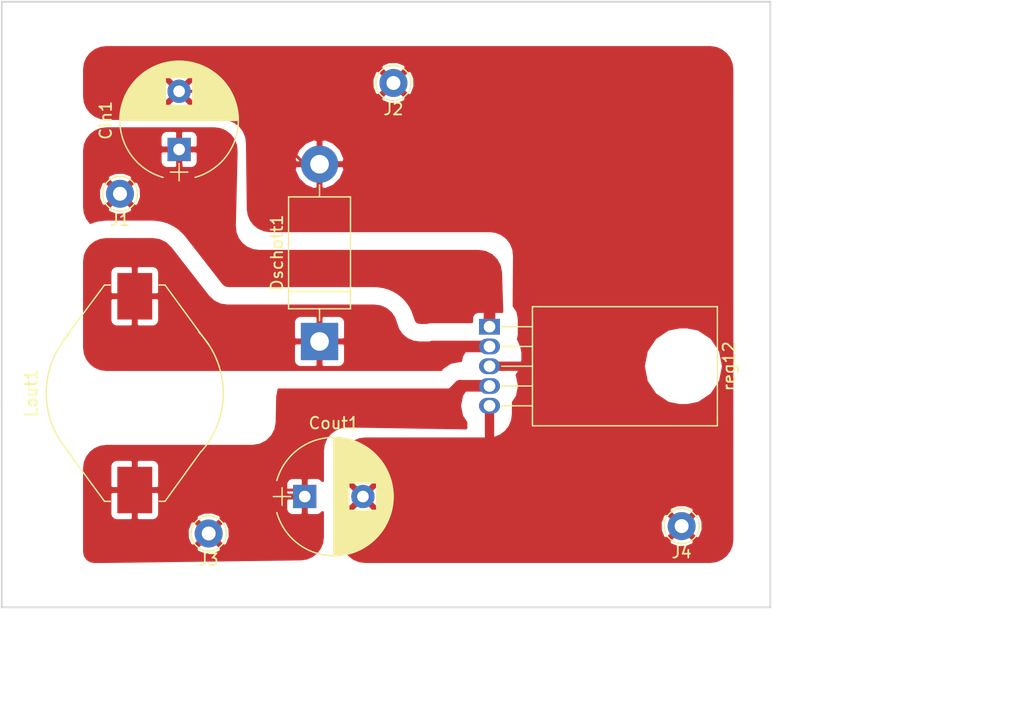
<source format=kicad_pcb>
(kicad_pcb (version 20171130) (host pcbnew 5.0.0)

  (general
    (thickness 1.6)
    (drawings 7)
    (tracks 41)
    (zones 0)
    (modules 9)
    (nets 5)
  )

  (page A4)
  (layers
    (0 F.Cu signal)
    (31 B.Cu signal)
    (32 B.Adhes user)
    (33 F.Adhes user)
    (34 B.Paste user)
    (35 F.Paste user)
    (36 B.SilkS user)
    (37 F.SilkS user)
    (38 B.Mask user hide)
    (39 F.Mask user hide)
    (40 Dwgs.User user)
    (41 Cmts.User user)
    (42 Eco1.User user)
    (43 Eco2.User user)
    (44 Edge.Cuts user)
    (45 Margin user)
    (46 B.CrtYd user)
    (47 F.CrtYd user)
    (48 B.Fab user)
    (49 F.Fab user)
  )

  (setup
    (last_trace_width 0.25)
    (trace_clearance 0.2)
    (zone_clearance 1.5)
    (zone_45_only no)
    (trace_min 0.2)
    (segment_width 0.2)
    (edge_width 0.15)
    (via_size 0.8)
    (via_drill 0.4)
    (via_min_size 0.4)
    (via_min_drill 0.3)
    (uvia_size 0.3)
    (uvia_drill 0.1)
    (uvias_allowed no)
    (uvia_min_size 0.2)
    (uvia_min_drill 0.1)
    (pcb_text_width 0.3)
    (pcb_text_size 1.5 1.5)
    (mod_edge_width 0.15)
    (mod_text_size 1 1)
    (mod_text_width 0.15)
    (pad_size 1.524 1.524)
    (pad_drill 0.762)
    (pad_to_mask_clearance 0.2)
    (aux_axis_origin 0 0)
    (visible_elements FFFFFF7F)
    (pcbplotparams
      (layerselection 0x010fc_ffffffff)
      (usegerberextensions false)
      (usegerberattributes false)
      (usegerberadvancedattributes false)
      (creategerberjobfile false)
      (excludeedgelayer true)
      (linewidth 0.100000)
      (plotframeref false)
      (viasonmask false)
      (mode 1)
      (useauxorigin false)
      (hpglpennumber 1)
      (hpglpenspeed 20)
      (hpglpendiameter 15.000000)
      (psnegative false)
      (psa4output false)
      (plotreference true)
      (plotvalue true)
      (plotinvisibletext false)
      (padsonsilk false)
      (subtractmaskfromsilk false)
      (outputformat 1)
      (mirror false)
      (drillshape 1)
      (scaleselection 1)
      (outputdirectory "v1"))
  )

  (net 0 "")
  (net 1 GND)
  (net 2 "Net-(Cin1-Pad1)")
  (net 3 "Net-(Cout1-Pad1)")
  (net 4 "Net-(Dschott1-Pad1)")

  (net_class Default "This is the default net class."
    (clearance 0.2)
    (trace_width 0.25)
    (via_dia 0.8)
    (via_drill 0.4)
    (uvia_dia 0.3)
    (uvia_drill 0.1)
    (add_net GND)
    (add_net "Net-(Cin1-Pad1)")
    (add_net "Net-(Cout1-Pad1)")
    (add_net "Net-(Dschott1-Pad1)")
  )

  (module Inductors_SMD:L_Fastron_PISR_Handsoldering (layer F.Cu) (tedit 5990349C) (tstamp 5BBB6FEA)
    (at 121.92 64.135 90)
    (descr "Choke, Drossel, PISR, Fastron, SMD,")
    (tags "Choke Drossel PISR Fastron SMD ")
    (path /5BBB0237)
    (attr smd)
    (fp_text reference Lout1 (at 0 -8.89 90) (layer F.SilkS)
      (effects (font (size 1 1) (thickness 0.15)))
    )
    (fp_text value H220 (at 0 9 90) (layer F.Fab)
      (effects (font (size 1 1) (thickness 0.15)))
    )
    (fp_arc (start 0 0) (end -5.25 -5.5) (angle 85) (layer F.SilkS) (width 0.12))
    (fp_arc (start 0 0) (end 5.25 5.5) (angle 85) (layer F.SilkS) (width 0.12))
    (fp_circle (center 0 0) (end 0 0.25) (layer F.Adhes) (width 0.38))
    (fp_circle (center 0 0) (end 0 0.509999) (layer F.Adhes) (width 0.38))
    (fp_circle (center 0 0) (end 0 0.76) (layer F.Adhes) (width 0.38))
    (fp_circle (center 0 0) (end 0 1.02) (layer F.Adhes) (width 0.38))
    (fp_circle (center 0 0) (end 0 1.270001) (layer F.Adhes) (width 0.38))
    (fp_circle (center 0 0) (end 0 1.52) (layer F.Adhes) (width 0.38))
    (fp_line (start 9.14 -2.08) (end 9.14 -2.54) (layer F.Fab) (width 0.1))
    (fp_line (start -9.14 -2.08) (end -9.14 -2.54) (layer F.Fab) (width 0.1))
    (fp_line (start -9.14 2.08) (end -9.14 2.54) (layer F.Fab) (width 0.1))
    (fp_line (start 9.14 2.54) (end 4.98 5.59) (layer F.Fab) (width 0.1))
    (fp_line (start 9.14 2.08) (end 9.14 2.54) (layer F.Fab) (width 0.1))
    (fp_line (start -9.14 2.54) (end -4.98 5.59) (layer F.Fab) (width 0.1))
    (fp_line (start -9.14 -2.54) (end -4.98 -5.64) (layer F.Fab) (width 0.1))
    (fp_line (start 9.14 -2.54) (end 4.98 -5.64) (layer F.Fab) (width 0.1))
    (fp_line (start 4.37 -6.15) (end 4.93 -5.69) (layer F.Fab) (width 0.1))
    (fp_line (start 3.56 -6.65) (end 4.37 -6.15) (layer F.Fab) (width 0.1))
    (fp_line (start 2.34 -7.21) (end 3.56 -6.65) (layer F.Fab) (width 0.1))
    (fp_line (start 1.12 -7.47) (end 2.34 -7.21) (layer F.Fab) (width 0.1))
    (fp_line (start 0 -7.52) (end 1.12 -7.47) (layer F.Fab) (width 0.1))
    (fp_line (start -0.809999 -7.52) (end 0 -7.52) (layer F.Fab) (width 0.1))
    (fp_line (start -1.88 -7.26) (end -0.809999 -7.52) (layer F.Fab) (width 0.1))
    (fp_line (start -2.84 -7.01) (end -1.88 -7.26) (layer F.Fab) (width 0.1))
    (fp_line (start -3.71 -6.55) (end -2.84 -7.01) (layer F.Fab) (width 0.1))
    (fp_line (start -4.57 -5.990001) (end -3.71 -6.55) (layer F.Fab) (width 0.1))
    (fp_line (start -4.98 -5.64) (end -4.57 -5.990001) (layer F.Fab) (width 0.1))
    (fp_line (start 4.37 6.1) (end 5.13 5.49) (layer F.Fab) (width 0.1))
    (fp_line (start 3.4 6.65) (end 4.37 6.1) (layer F.Fab) (width 0.1))
    (fp_line (start 2.339999 7.16) (end 3.4 6.65) (layer F.Fab) (width 0.1))
    (fp_line (start 1.17 7.42) (end 2.339999 7.16) (layer F.Fab) (width 0.1))
    (fp_line (start 0.509999 7.52) (end 1.17 7.42) (layer F.Fab) (width 0.1))
    (fp_line (start -0.56 7.52) (end 0.509999 7.52) (layer F.Fab) (width 0.1))
    (fp_line (start -1.98 7.26) (end -0.56 7.52) (layer F.Fab) (width 0.1))
    (fp_line (start -3.3 6.71) (end -1.98 7.26) (layer F.Fab) (width 0.1))
    (fp_line (start -4.32 6.1) (end -3.3 6.71) (layer F.Fab) (width 0.1))
    (fp_line (start -4.98 5.59) (end -4.32 6.1) (layer F.Fab) (width 0.1))
    (fp_line (start 6.1 2.69) (end 6.3 2.13) (layer F.Fab) (width 0.1))
    (fp_line (start 5.64 3.51) (end 6.1 2.69) (layer F.Fab) (width 0.1))
    (fp_line (start 5.03 4.32) (end 5.64 3.51) (layer F.Fab) (width 0.1))
    (fp_line (start 4.22 5.13) (end 5.03 4.32) (layer F.Fab) (width 0.1))
    (fp_line (start 3.35 5.79) (end 4.22 5.13) (layer F.Fab) (width 0.1))
    (fp_line (start 2.24 6.3) (end 3.35 5.79) (layer F.Fab) (width 0.1))
    (fp_line (start 0.97 6.6) (end 2.24 6.3) (layer F.Fab) (width 0.1))
    (fp_line (start 0.05 6.65) (end 0.97 6.6) (layer F.Fab) (width 0.1))
    (fp_line (start -0.91 6.6) (end 0.05 6.65) (layer F.Fab) (width 0.1))
    (fp_line (start -2.24 6.3) (end -0.91 6.6) (layer F.Fab) (width 0.1))
    (fp_line (start -3.1 5.840001) (end -2.24 6.3) (layer F.Fab) (width 0.1))
    (fp_line (start -4.22 5.13) (end -3.1 5.840001) (layer F.Fab) (width 0.1))
    (fp_line (start -5.03 4.370001) (end -4.22 5.13) (layer F.Fab) (width 0.1))
    (fp_line (start -5.74 3.449999) (end -5.03 4.370001) (layer F.Fab) (width 0.1))
    (fp_line (start -6.1 2.69) (end -5.74 3.449999) (layer F.Fab) (width 0.1))
    (fp_line (start -6.3 2.08) (end -6.1 2.69) (layer F.Fab) (width 0.1))
    (fp_line (start 6.1 -2.59) (end 6.3 -2.18) (layer F.Fab) (width 0.1))
    (fp_line (start 5.49 -3.71) (end 6.1 -2.59) (layer F.Fab) (width 0.1))
    (fp_line (start 4.83 -4.57) (end 5.49 -3.71) (layer F.Fab) (width 0.1))
    (fp_line (start 3.91 -5.330001) (end 4.83 -4.57) (layer F.Fab) (width 0.1))
    (fp_line (start 2.95 -5.89) (end 3.91 -5.330001) (layer F.Fab) (width 0.1))
    (fp_line (start 1.93 -6.35) (end 2.95 -5.89) (layer F.Fab) (width 0.1))
    (fp_line (start 0.81 -6.6) (end 1.93 -6.35) (layer F.Fab) (width 0.1))
    (fp_line (start -0.2 -6.6) (end 0.81 -6.6) (layer F.Fab) (width 0.1))
    (fp_line (start -1.37 -6.5) (end -0.2 -6.6) (layer F.Fab) (width 0.1))
    (fp_line (start -2.39 -6.15) (end -1.37 -6.5) (layer F.Fab) (width 0.1))
    (fp_line (start -3.61 -5.54) (end -2.39 -6.15) (layer F.Fab) (width 0.1))
    (fp_line (start -4.42 -4.98) (end -3.61 -5.54) (layer F.Fab) (width 0.1))
    (fp_line (start -5.13 -4.22) (end -4.42 -4.98) (layer F.Fab) (width 0.1))
    (fp_line (start -5.64 -3.51) (end -5.13 -4.22) (layer F.Fab) (width 0.1))
    (fp_line (start -6.05 -2.69) (end -5.64 -3.51) (layer F.Fab) (width 0.1))
    (fp_line (start -6.35 -2.08) (end -6.05 -2.69) (layer F.Fab) (width 0.1))
    (fp_line (start 0 -0.25) (end 0 0.25) (layer F.Adhes) (width 0.38))
    (fp_line (start -9.3 2.600001) (end -9.3 2.1) (layer F.SilkS) (width 0.12))
    (fp_line (start -5 5.7) (end -9.3 2.600001) (layer F.SilkS) (width 0.12))
    (fp_line (start -9.3 -2.600001) (end -9.3 -2.1) (layer F.SilkS) (width 0.12))
    (fp_line (start -9.3 -2.600001) (end -4.4 -6.2) (layer F.SilkS) (width 0.12))
    (fp_line (start 9.3 -2.600001) (end 9.3 -2.1) (layer F.SilkS) (width 0.12))
    (fp_line (start 4.6 -6.1) (end 9.3 -2.600001) (layer F.SilkS) (width 0.12))
    (fp_line (start 9.3 2.600001) (end 9.3 2.1) (layer F.SilkS) (width 0.12))
    (fp_line (start 4.1 6.4) (end 9.3 2.600001) (layer F.SilkS) (width 0.12))
    (fp_line (start -2.600001 7.8) (end -9.6 2.8) (layer F.CrtYd) (width 0.05))
    (fp_line (start 2.600001 7.8) (end -2.600001 7.8) (layer F.CrtYd) (width 0.05))
    (fp_line (start 9.6 2.8) (end 2.600001 7.8) (layer F.CrtYd) (width 0.05))
    (fp_line (start 2.600001 -7.8) (end 9.6 -2.8) (layer F.CrtYd) (width 0.05))
    (fp_line (start -2.600001 -7.8) (end 2.600001 -7.8) (layer F.CrtYd) (width 0.05))
    (fp_line (start -9.6 -2.8) (end -2.600001 -7.8) (layer F.CrtYd) (width 0.05))
    (fp_line (start 9.6 1.8) (end 9.6 2.8) (layer F.CrtYd) (width 0.05))
    (fp_line (start 10.6 1.8) (end 9.6 1.8) (layer F.CrtYd) (width 0.05))
    (fp_line (start 10.6 -1.8) (end 10.6 1.8) (layer F.CrtYd) (width 0.05))
    (fp_line (start 9.6 -1.8) (end 10.6 -1.8) (layer F.CrtYd) (width 0.05))
    (fp_line (start 9.6 -2.8) (end 9.6 -1.8) (layer F.CrtYd) (width 0.05))
    (fp_line (start -9.6 -1.8) (end -9.6 -2.8) (layer F.CrtYd) (width 0.05))
    (fp_line (start -10.6 -1.8) (end -9.6 -1.8) (layer F.CrtYd) (width 0.05))
    (fp_line (start -10.6 1.8) (end -10.6 -1.8) (layer F.CrtYd) (width 0.05))
    (fp_line (start -9.6 1.8) (end -10.6 1.8) (layer F.CrtYd) (width 0.05))
    (fp_line (start -9.6 2.8) (end -9.6 1.8) (layer F.CrtYd) (width 0.05))
    (fp_text user %R (at 0 0 90) (layer F.Fab)
      (effects (font (size 1 1) (thickness 0.15)))
    )
    (pad 1 smd rect (at 8.329999 0 90) (size 4 3) (layers F.Cu F.Paste F.Mask)
      (net 4 "Net-(Dschott1-Pad1)"))
    (pad 2 smd rect (at -8.329999 0 90) (size 4 3) (layers F.Cu F.Paste F.Mask)
      (net 3 "Net-(Cout1-Pad1)"))
    (model ${KISYS3DMOD}/Inductors_SMD.3dshapes/L_Fastron_PISR.wrl
      (at (xyz 0 0 0))
      (scale (xyz 1 1 1))
      (rotate (xyz 0 0 0))
    )
  )

  (module Capacitors_THT:CP_Radial_D10.0mm_P5.00mm (layer F.Cu) (tedit 597BC7C2) (tstamp 5BBB32B9)
    (at 125.73 43.18 90)
    (descr "CP, Radial series, Radial, pin pitch=5.00mm, , diameter=10mm, Electrolytic Capacitor")
    (tags "CP Radial series Radial pin pitch 5.00mm  diameter 10mm Electrolytic Capacitor")
    (path /5BBB0076)
    (fp_text reference Cin1 (at 2.5 -6.31 90) (layer F.SilkS)
      (effects (font (size 1 1) (thickness 0.15)))
    )
    (fp_text value 100uf (at 2.5 6.31 90) (layer F.Fab)
      (effects (font (size 1 1) (thickness 0.15)))
    )
    (fp_text user %R (at 2.5 0 90) (layer F.Fab)
      (effects (font (size 1 1) (thickness 0.15)))
    )
    (fp_line (start 7.85 -5.35) (end -2.85 -5.35) (layer F.CrtYd) (width 0.05))
    (fp_line (start 7.85 5.35) (end 7.85 -5.35) (layer F.CrtYd) (width 0.05))
    (fp_line (start -2.85 5.35) (end 7.85 5.35) (layer F.CrtYd) (width 0.05))
    (fp_line (start -2.85 -5.35) (end -2.85 5.35) (layer F.CrtYd) (width 0.05))
    (fp_line (start -1.95 -0.75) (end -1.95 0.75) (layer F.SilkS) (width 0.12))
    (fp_line (start -2.7 0) (end -1.2 0) (layer F.SilkS) (width 0.12))
    (fp_line (start 7.581 -0.279) (end 7.581 0.279) (layer F.SilkS) (width 0.12))
    (fp_line (start 7.541 -0.672) (end 7.541 0.672) (layer F.SilkS) (width 0.12))
    (fp_line (start 7.501 -0.913) (end 7.501 0.913) (layer F.SilkS) (width 0.12))
    (fp_line (start 7.461 -1.104) (end 7.461 1.104) (layer F.SilkS) (width 0.12))
    (fp_line (start 7.421 -1.265) (end 7.421 1.265) (layer F.SilkS) (width 0.12))
    (fp_line (start 7.381 -1.407) (end 7.381 1.407) (layer F.SilkS) (width 0.12))
    (fp_line (start 7.341 -1.536) (end 7.341 1.536) (layer F.SilkS) (width 0.12))
    (fp_line (start 7.301 -1.654) (end 7.301 1.654) (layer F.SilkS) (width 0.12))
    (fp_line (start 7.261 -1.763) (end 7.261 1.763) (layer F.SilkS) (width 0.12))
    (fp_line (start 7.221 -1.866) (end 7.221 1.866) (layer F.SilkS) (width 0.12))
    (fp_line (start 7.181 -1.962) (end 7.181 1.962) (layer F.SilkS) (width 0.12))
    (fp_line (start 7.141 -2.053) (end 7.141 2.053) (layer F.SilkS) (width 0.12))
    (fp_line (start 7.101 -2.14) (end 7.101 2.14) (layer F.SilkS) (width 0.12))
    (fp_line (start 7.061 -2.222) (end 7.061 2.222) (layer F.SilkS) (width 0.12))
    (fp_line (start 7.021 -2.301) (end 7.021 2.301) (layer F.SilkS) (width 0.12))
    (fp_line (start 6.981 -2.377) (end 6.981 2.377) (layer F.SilkS) (width 0.12))
    (fp_line (start 6.941 -2.449) (end 6.941 2.449) (layer F.SilkS) (width 0.12))
    (fp_line (start 6.901 -2.519) (end 6.901 2.519) (layer F.SilkS) (width 0.12))
    (fp_line (start 6.861 -2.587) (end 6.861 2.587) (layer F.SilkS) (width 0.12))
    (fp_line (start 6.821 -2.652) (end 6.821 2.652) (layer F.SilkS) (width 0.12))
    (fp_line (start 6.781 -2.715) (end 6.781 2.715) (layer F.SilkS) (width 0.12))
    (fp_line (start 6.741 -2.777) (end 6.741 2.777) (layer F.SilkS) (width 0.12))
    (fp_line (start 6.701 -2.836) (end 6.701 2.836) (layer F.SilkS) (width 0.12))
    (fp_line (start 6.661 -2.894) (end 6.661 2.894) (layer F.SilkS) (width 0.12))
    (fp_line (start 6.621 -2.949) (end 6.621 2.949) (layer F.SilkS) (width 0.12))
    (fp_line (start 6.581 -3.004) (end 6.581 3.004) (layer F.SilkS) (width 0.12))
    (fp_line (start 6.541 -3.057) (end 6.541 3.057) (layer F.SilkS) (width 0.12))
    (fp_line (start 6.501 -3.108) (end 6.501 3.108) (layer F.SilkS) (width 0.12))
    (fp_line (start 6.461 -3.158) (end 6.461 3.158) (layer F.SilkS) (width 0.12))
    (fp_line (start 6.421 -3.207) (end 6.421 3.207) (layer F.SilkS) (width 0.12))
    (fp_line (start 6.381 -3.255) (end 6.381 3.255) (layer F.SilkS) (width 0.12))
    (fp_line (start 6.341 -3.302) (end 6.341 3.302) (layer F.SilkS) (width 0.12))
    (fp_line (start 6.301 -3.347) (end 6.301 3.347) (layer F.SilkS) (width 0.12))
    (fp_line (start 6.261 -3.391) (end 6.261 3.391) (layer F.SilkS) (width 0.12))
    (fp_line (start 6.221 -3.435) (end 6.221 3.435) (layer F.SilkS) (width 0.12))
    (fp_line (start 6.181 -3.477) (end 6.181 3.477) (layer F.SilkS) (width 0.12))
    (fp_line (start 6.141 1.181) (end 6.141 3.518) (layer F.SilkS) (width 0.12))
    (fp_line (start 6.141 -3.518) (end 6.141 -1.181) (layer F.SilkS) (width 0.12))
    (fp_line (start 6.101 1.181) (end 6.101 3.559) (layer F.SilkS) (width 0.12))
    (fp_line (start 6.101 -3.559) (end 6.101 -1.181) (layer F.SilkS) (width 0.12))
    (fp_line (start 6.061 1.181) (end 6.061 3.598) (layer F.SilkS) (width 0.12))
    (fp_line (start 6.061 -3.598) (end 6.061 -1.181) (layer F.SilkS) (width 0.12))
    (fp_line (start 6.021 1.181) (end 6.021 3.637) (layer F.SilkS) (width 0.12))
    (fp_line (start 6.021 -3.637) (end 6.021 -1.181) (layer F.SilkS) (width 0.12))
    (fp_line (start 5.981 1.181) (end 5.981 3.675) (layer F.SilkS) (width 0.12))
    (fp_line (start 5.981 -3.675) (end 5.981 -1.181) (layer F.SilkS) (width 0.12))
    (fp_line (start 5.941 1.181) (end 5.941 3.712) (layer F.SilkS) (width 0.12))
    (fp_line (start 5.941 -3.712) (end 5.941 -1.181) (layer F.SilkS) (width 0.12))
    (fp_line (start 5.901 1.181) (end 5.901 3.748) (layer F.SilkS) (width 0.12))
    (fp_line (start 5.901 -3.748) (end 5.901 -1.181) (layer F.SilkS) (width 0.12))
    (fp_line (start 5.861 1.181) (end 5.861 3.784) (layer F.SilkS) (width 0.12))
    (fp_line (start 5.861 -3.784) (end 5.861 -1.181) (layer F.SilkS) (width 0.12))
    (fp_line (start 5.821 1.181) (end 5.821 3.819) (layer F.SilkS) (width 0.12))
    (fp_line (start 5.821 -3.819) (end 5.821 -1.181) (layer F.SilkS) (width 0.12))
    (fp_line (start 5.781 1.181) (end 5.781 3.853) (layer F.SilkS) (width 0.12))
    (fp_line (start 5.781 -3.853) (end 5.781 -1.181) (layer F.SilkS) (width 0.12))
    (fp_line (start 5.741 1.181) (end 5.741 3.886) (layer F.SilkS) (width 0.12))
    (fp_line (start 5.741 -3.886) (end 5.741 -1.181) (layer F.SilkS) (width 0.12))
    (fp_line (start 5.701 1.181) (end 5.701 3.919) (layer F.SilkS) (width 0.12))
    (fp_line (start 5.701 -3.919) (end 5.701 -1.181) (layer F.SilkS) (width 0.12))
    (fp_line (start 5.661 1.181) (end 5.661 3.951) (layer F.SilkS) (width 0.12))
    (fp_line (start 5.661 -3.951) (end 5.661 -1.181) (layer F.SilkS) (width 0.12))
    (fp_line (start 5.621 1.181) (end 5.621 3.982) (layer F.SilkS) (width 0.12))
    (fp_line (start 5.621 -3.982) (end 5.621 -1.181) (layer F.SilkS) (width 0.12))
    (fp_line (start 5.581 1.181) (end 5.581 4.013) (layer F.SilkS) (width 0.12))
    (fp_line (start 5.581 -4.013) (end 5.581 -1.181) (layer F.SilkS) (width 0.12))
    (fp_line (start 5.541 1.181) (end 5.541 4.043) (layer F.SilkS) (width 0.12))
    (fp_line (start 5.541 -4.043) (end 5.541 -1.181) (layer F.SilkS) (width 0.12))
    (fp_line (start 5.501 1.181) (end 5.501 4.072) (layer F.SilkS) (width 0.12))
    (fp_line (start 5.501 -4.072) (end 5.501 -1.181) (layer F.SilkS) (width 0.12))
    (fp_line (start 5.461 1.181) (end 5.461 4.101) (layer F.SilkS) (width 0.12))
    (fp_line (start 5.461 -4.101) (end 5.461 -1.181) (layer F.SilkS) (width 0.12))
    (fp_line (start 5.421 1.181) (end 5.421 4.13) (layer F.SilkS) (width 0.12))
    (fp_line (start 5.421 -4.13) (end 5.421 -1.181) (layer F.SilkS) (width 0.12))
    (fp_line (start 5.381 1.181) (end 5.381 4.157) (layer F.SilkS) (width 0.12))
    (fp_line (start 5.381 -4.157) (end 5.381 -1.181) (layer F.SilkS) (width 0.12))
    (fp_line (start 5.341 1.181) (end 5.341 4.185) (layer F.SilkS) (width 0.12))
    (fp_line (start 5.341 -4.185) (end 5.341 -1.181) (layer F.SilkS) (width 0.12))
    (fp_line (start 5.301 1.181) (end 5.301 4.211) (layer F.SilkS) (width 0.12))
    (fp_line (start 5.301 -4.211) (end 5.301 -1.181) (layer F.SilkS) (width 0.12))
    (fp_line (start 5.261 1.181) (end 5.261 4.237) (layer F.SilkS) (width 0.12))
    (fp_line (start 5.261 -4.237) (end 5.261 -1.181) (layer F.SilkS) (width 0.12))
    (fp_line (start 5.221 1.181) (end 5.221 4.263) (layer F.SilkS) (width 0.12))
    (fp_line (start 5.221 -4.263) (end 5.221 -1.181) (layer F.SilkS) (width 0.12))
    (fp_line (start 5.181 1.181) (end 5.181 4.288) (layer F.SilkS) (width 0.12))
    (fp_line (start 5.181 -4.288) (end 5.181 -1.181) (layer F.SilkS) (width 0.12))
    (fp_line (start 5.141 1.181) (end 5.141 4.312) (layer F.SilkS) (width 0.12))
    (fp_line (start 5.141 -4.312) (end 5.141 -1.181) (layer F.SilkS) (width 0.12))
    (fp_line (start 5.101 1.181) (end 5.101 4.336) (layer F.SilkS) (width 0.12))
    (fp_line (start 5.101 -4.336) (end 5.101 -1.181) (layer F.SilkS) (width 0.12))
    (fp_line (start 5.061 1.181) (end 5.061 4.36) (layer F.SilkS) (width 0.12))
    (fp_line (start 5.061 -4.36) (end 5.061 -1.181) (layer F.SilkS) (width 0.12))
    (fp_line (start 5.021 1.181) (end 5.021 4.383) (layer F.SilkS) (width 0.12))
    (fp_line (start 5.021 -4.383) (end 5.021 -1.181) (layer F.SilkS) (width 0.12))
    (fp_line (start 4.981 1.181) (end 4.981 4.405) (layer F.SilkS) (width 0.12))
    (fp_line (start 4.981 -4.405) (end 4.981 -1.181) (layer F.SilkS) (width 0.12))
    (fp_line (start 4.941 1.181) (end 4.941 4.428) (layer F.SilkS) (width 0.12))
    (fp_line (start 4.941 -4.428) (end 4.941 -1.181) (layer F.SilkS) (width 0.12))
    (fp_line (start 4.901 1.181) (end 4.901 4.449) (layer F.SilkS) (width 0.12))
    (fp_line (start 4.901 -4.449) (end 4.901 -1.181) (layer F.SilkS) (width 0.12))
    (fp_line (start 4.861 1.181) (end 4.861 4.47) (layer F.SilkS) (width 0.12))
    (fp_line (start 4.861 -4.47) (end 4.861 -1.181) (layer F.SilkS) (width 0.12))
    (fp_line (start 4.821 1.181) (end 4.821 4.491) (layer F.SilkS) (width 0.12))
    (fp_line (start 4.821 -4.491) (end 4.821 -1.181) (layer F.SilkS) (width 0.12))
    (fp_line (start 4.781 1.181) (end 4.781 4.511) (layer F.SilkS) (width 0.12))
    (fp_line (start 4.781 -4.511) (end 4.781 -1.181) (layer F.SilkS) (width 0.12))
    (fp_line (start 4.741 1.181) (end 4.741 4.531) (layer F.SilkS) (width 0.12))
    (fp_line (start 4.741 -4.531) (end 4.741 -1.181) (layer F.SilkS) (width 0.12))
    (fp_line (start 4.701 1.181) (end 4.701 4.55) (layer F.SilkS) (width 0.12))
    (fp_line (start 4.701 -4.55) (end 4.701 -1.181) (layer F.SilkS) (width 0.12))
    (fp_line (start 4.661 1.181) (end 4.661 4.569) (layer F.SilkS) (width 0.12))
    (fp_line (start 4.661 -4.569) (end 4.661 -1.181) (layer F.SilkS) (width 0.12))
    (fp_line (start 4.621 1.181) (end 4.621 4.588) (layer F.SilkS) (width 0.12))
    (fp_line (start 4.621 -4.588) (end 4.621 -1.181) (layer F.SilkS) (width 0.12))
    (fp_line (start 4.581 1.181) (end 4.581 4.606) (layer F.SilkS) (width 0.12))
    (fp_line (start 4.581 -4.606) (end 4.581 -1.181) (layer F.SilkS) (width 0.12))
    (fp_line (start 4.541 1.181) (end 4.541 4.624) (layer F.SilkS) (width 0.12))
    (fp_line (start 4.541 -4.624) (end 4.541 -1.181) (layer F.SilkS) (width 0.12))
    (fp_line (start 4.501 1.181) (end 4.501 4.641) (layer F.SilkS) (width 0.12))
    (fp_line (start 4.501 -4.641) (end 4.501 -1.181) (layer F.SilkS) (width 0.12))
    (fp_line (start 4.461 1.181) (end 4.461 4.658) (layer F.SilkS) (width 0.12))
    (fp_line (start 4.461 -4.658) (end 4.461 -1.181) (layer F.SilkS) (width 0.12))
    (fp_line (start 4.421 1.181) (end 4.421 4.674) (layer F.SilkS) (width 0.12))
    (fp_line (start 4.421 -4.674) (end 4.421 -1.181) (layer F.SilkS) (width 0.12))
    (fp_line (start 4.381 1.181) (end 4.381 4.691) (layer F.SilkS) (width 0.12))
    (fp_line (start 4.381 -4.691) (end 4.381 -1.181) (layer F.SilkS) (width 0.12))
    (fp_line (start 4.341 1.181) (end 4.341 4.706) (layer F.SilkS) (width 0.12))
    (fp_line (start 4.341 -4.706) (end 4.341 -1.181) (layer F.SilkS) (width 0.12))
    (fp_line (start 4.301 1.181) (end 4.301 4.722) (layer F.SilkS) (width 0.12))
    (fp_line (start 4.301 -4.722) (end 4.301 -1.181) (layer F.SilkS) (width 0.12))
    (fp_line (start 4.261 1.181) (end 4.261 4.737) (layer F.SilkS) (width 0.12))
    (fp_line (start 4.261 -4.737) (end 4.261 -1.181) (layer F.SilkS) (width 0.12))
    (fp_line (start 4.221 1.181) (end 4.221 4.751) (layer F.SilkS) (width 0.12))
    (fp_line (start 4.221 -4.751) (end 4.221 -1.181) (layer F.SilkS) (width 0.12))
    (fp_line (start 4.181 1.181) (end 4.181 4.765) (layer F.SilkS) (width 0.12))
    (fp_line (start 4.181 -4.765) (end 4.181 -1.181) (layer F.SilkS) (width 0.12))
    (fp_line (start 4.141 1.181) (end 4.141 4.779) (layer F.SilkS) (width 0.12))
    (fp_line (start 4.141 -4.779) (end 4.141 -1.181) (layer F.SilkS) (width 0.12))
    (fp_line (start 4.101 1.181) (end 4.101 4.792) (layer F.SilkS) (width 0.12))
    (fp_line (start 4.101 -4.792) (end 4.101 -1.181) (layer F.SilkS) (width 0.12))
    (fp_line (start 4.061 1.181) (end 4.061 4.806) (layer F.SilkS) (width 0.12))
    (fp_line (start 4.061 -4.806) (end 4.061 -1.181) (layer F.SilkS) (width 0.12))
    (fp_line (start 4.021 1.181) (end 4.021 4.818) (layer F.SilkS) (width 0.12))
    (fp_line (start 4.021 -4.818) (end 4.021 -1.181) (layer F.SilkS) (width 0.12))
    (fp_line (start 3.981 1.181) (end 3.981 4.831) (layer F.SilkS) (width 0.12))
    (fp_line (start 3.981 -4.831) (end 3.981 -1.181) (layer F.SilkS) (width 0.12))
    (fp_line (start 3.941 1.181) (end 3.941 4.843) (layer F.SilkS) (width 0.12))
    (fp_line (start 3.941 -4.843) (end 3.941 -1.181) (layer F.SilkS) (width 0.12))
    (fp_line (start 3.901 1.181) (end 3.901 4.854) (layer F.SilkS) (width 0.12))
    (fp_line (start 3.901 -4.854) (end 3.901 -1.181) (layer F.SilkS) (width 0.12))
    (fp_line (start 3.861 1.181) (end 3.861 4.865) (layer F.SilkS) (width 0.12))
    (fp_line (start 3.861 -4.865) (end 3.861 -1.181) (layer F.SilkS) (width 0.12))
    (fp_line (start 3.821 1.181) (end 3.821 4.876) (layer F.SilkS) (width 0.12))
    (fp_line (start 3.821 -4.876) (end 3.821 -1.181) (layer F.SilkS) (width 0.12))
    (fp_line (start 3.781 -4.887) (end 3.781 4.887) (layer F.SilkS) (width 0.12))
    (fp_line (start 3.741 -4.897) (end 3.741 4.897) (layer F.SilkS) (width 0.12))
    (fp_line (start 3.701 -4.907) (end 3.701 4.907) (layer F.SilkS) (width 0.12))
    (fp_line (start 3.661 -4.917) (end 3.661 4.917) (layer F.SilkS) (width 0.12))
    (fp_line (start 3.621 -4.926) (end 3.621 4.926) (layer F.SilkS) (width 0.12))
    (fp_line (start 3.581 -4.935) (end 3.581 4.935) (layer F.SilkS) (width 0.12))
    (fp_line (start 3.541 -4.943) (end 3.541 4.943) (layer F.SilkS) (width 0.12))
    (fp_line (start 3.501 -4.951) (end 3.501 4.951) (layer F.SilkS) (width 0.12))
    (fp_line (start 3.461 -4.959) (end 3.461 4.959) (layer F.SilkS) (width 0.12))
    (fp_line (start 3.421 -4.967) (end 3.421 4.967) (layer F.SilkS) (width 0.12))
    (fp_line (start 3.381 -4.974) (end 3.381 4.974) (layer F.SilkS) (width 0.12))
    (fp_line (start 3.341 -4.981) (end 3.341 4.981) (layer F.SilkS) (width 0.12))
    (fp_line (start 3.301 -4.987) (end 3.301 4.987) (layer F.SilkS) (width 0.12))
    (fp_line (start 3.261 -4.993) (end 3.261 4.993) (layer F.SilkS) (width 0.12))
    (fp_line (start 3.221 -4.999) (end 3.221 4.999) (layer F.SilkS) (width 0.12))
    (fp_line (start 3.18 -5.005) (end 3.18 5.005) (layer F.SilkS) (width 0.12))
    (fp_line (start 3.14 -5.01) (end 3.14 5.01) (layer F.SilkS) (width 0.12))
    (fp_line (start 3.1 -5.015) (end 3.1 5.015) (layer F.SilkS) (width 0.12))
    (fp_line (start 3.06 -5.02) (end 3.06 5.02) (layer F.SilkS) (width 0.12))
    (fp_line (start 3.02 -5.024) (end 3.02 5.024) (layer F.SilkS) (width 0.12))
    (fp_line (start 2.98 -5.028) (end 2.98 5.028) (layer F.SilkS) (width 0.12))
    (fp_line (start 2.94 -5.031) (end 2.94 5.031) (layer F.SilkS) (width 0.12))
    (fp_line (start 2.9 -5.035) (end 2.9 5.035) (layer F.SilkS) (width 0.12))
    (fp_line (start 2.86 -5.038) (end 2.86 5.038) (layer F.SilkS) (width 0.12))
    (fp_line (start 2.82 -5.04) (end 2.82 5.04) (layer F.SilkS) (width 0.12))
    (fp_line (start 2.78 -5.043) (end 2.78 5.043) (layer F.SilkS) (width 0.12))
    (fp_line (start 2.74 -5.045) (end 2.74 5.045) (layer F.SilkS) (width 0.12))
    (fp_line (start 2.7 -5.047) (end 2.7 5.047) (layer F.SilkS) (width 0.12))
    (fp_line (start 2.66 -5.048) (end 2.66 5.048) (layer F.SilkS) (width 0.12))
    (fp_line (start 2.62 -5.049) (end 2.62 5.049) (layer F.SilkS) (width 0.12))
    (fp_line (start 2.58 -5.05) (end 2.58 5.05) (layer F.SilkS) (width 0.12))
    (fp_line (start 2.54 -5.05) (end 2.54 5.05) (layer F.SilkS) (width 0.12))
    (fp_line (start 2.5 -5.05) (end 2.5 5.05) (layer F.SilkS) (width 0.12))
    (fp_line (start -1.95 -0.75) (end -1.95 0.75) (layer F.Fab) (width 0.1))
    (fp_line (start -2.7 0) (end -1.2 0) (layer F.Fab) (width 0.1))
    (fp_circle (center 2.5 0) (end 7.5 0) (layer F.Fab) (width 0.1))
    (fp_arc (start 2.5 0) (end 7.399357 -1.38) (angle 31.5) (layer F.SilkS) (width 0.12))
    (fp_arc (start 2.5 0) (end -2.399357 1.38) (angle -148.5) (layer F.SilkS) (width 0.12))
    (fp_arc (start 2.5 0) (end -2.399357 -1.38) (angle 148.5) (layer F.SilkS) (width 0.12))
    (pad 2 thru_hole circle (at 5 0 90) (size 2 2) (drill 1) (layers *.Cu *.Mask)
      (net 1 GND))
    (pad 1 thru_hole rect (at 0 0 90) (size 2 2) (drill 1) (layers *.Cu *.Mask)
      (net 2 "Net-(Cin1-Pad1)"))
    (model ${KISYS3DMOD}/Capacitors_THT.3dshapes/CP_Radial_D10.0mm_P5.00mm.wrl
      (at (xyz 0 0 0))
      (scale (xyz 1 1 1))
      (rotate (xyz 0 0 0))
    )
  )

  (module Capacitors_THT:CP_Radial_D10.0mm_P5.00mm (layer F.Cu) (tedit 597BC7C2) (tstamp 5BBB6770)
    (at 136.525 73.025)
    (descr "CP, Radial series, Radial, pin pitch=5.00mm, , diameter=10mm, Electrolytic Capacitor")
    (tags "CP Radial series Radial pin pitch 5.00mm  diameter 10mm Electrolytic Capacitor")
    (path /5BBB0112)
    (fp_text reference Cout1 (at 2.5 -6.31) (layer F.SilkS)
      (effects (font (size 1 1) (thickness 0.15)))
    )
    (fp_text value 1000uf (at 2.5 6.31) (layer F.Fab)
      (effects (font (size 1 1) (thickness 0.15)))
    )
    (fp_arc (start 2.5 0) (end -2.399357 -1.38) (angle 148.5) (layer F.SilkS) (width 0.12))
    (fp_arc (start 2.5 0) (end -2.399357 1.38) (angle -148.5) (layer F.SilkS) (width 0.12))
    (fp_arc (start 2.5 0) (end 7.399357 -1.38) (angle 31.5) (layer F.SilkS) (width 0.12))
    (fp_circle (center 2.5 0) (end 7.5 0) (layer F.Fab) (width 0.1))
    (fp_line (start -2.7 0) (end -1.2 0) (layer F.Fab) (width 0.1))
    (fp_line (start -1.95 -0.75) (end -1.95 0.75) (layer F.Fab) (width 0.1))
    (fp_line (start 2.5 -5.05) (end 2.5 5.05) (layer F.SilkS) (width 0.12))
    (fp_line (start 2.54 -5.05) (end 2.54 5.05) (layer F.SilkS) (width 0.12))
    (fp_line (start 2.58 -5.05) (end 2.58 5.05) (layer F.SilkS) (width 0.12))
    (fp_line (start 2.62 -5.049) (end 2.62 5.049) (layer F.SilkS) (width 0.12))
    (fp_line (start 2.66 -5.048) (end 2.66 5.048) (layer F.SilkS) (width 0.12))
    (fp_line (start 2.7 -5.047) (end 2.7 5.047) (layer F.SilkS) (width 0.12))
    (fp_line (start 2.74 -5.045) (end 2.74 5.045) (layer F.SilkS) (width 0.12))
    (fp_line (start 2.78 -5.043) (end 2.78 5.043) (layer F.SilkS) (width 0.12))
    (fp_line (start 2.82 -5.04) (end 2.82 5.04) (layer F.SilkS) (width 0.12))
    (fp_line (start 2.86 -5.038) (end 2.86 5.038) (layer F.SilkS) (width 0.12))
    (fp_line (start 2.9 -5.035) (end 2.9 5.035) (layer F.SilkS) (width 0.12))
    (fp_line (start 2.94 -5.031) (end 2.94 5.031) (layer F.SilkS) (width 0.12))
    (fp_line (start 2.98 -5.028) (end 2.98 5.028) (layer F.SilkS) (width 0.12))
    (fp_line (start 3.02 -5.024) (end 3.02 5.024) (layer F.SilkS) (width 0.12))
    (fp_line (start 3.06 -5.02) (end 3.06 5.02) (layer F.SilkS) (width 0.12))
    (fp_line (start 3.1 -5.015) (end 3.1 5.015) (layer F.SilkS) (width 0.12))
    (fp_line (start 3.14 -5.01) (end 3.14 5.01) (layer F.SilkS) (width 0.12))
    (fp_line (start 3.18 -5.005) (end 3.18 5.005) (layer F.SilkS) (width 0.12))
    (fp_line (start 3.221 -4.999) (end 3.221 4.999) (layer F.SilkS) (width 0.12))
    (fp_line (start 3.261 -4.993) (end 3.261 4.993) (layer F.SilkS) (width 0.12))
    (fp_line (start 3.301 -4.987) (end 3.301 4.987) (layer F.SilkS) (width 0.12))
    (fp_line (start 3.341 -4.981) (end 3.341 4.981) (layer F.SilkS) (width 0.12))
    (fp_line (start 3.381 -4.974) (end 3.381 4.974) (layer F.SilkS) (width 0.12))
    (fp_line (start 3.421 -4.967) (end 3.421 4.967) (layer F.SilkS) (width 0.12))
    (fp_line (start 3.461 -4.959) (end 3.461 4.959) (layer F.SilkS) (width 0.12))
    (fp_line (start 3.501 -4.951) (end 3.501 4.951) (layer F.SilkS) (width 0.12))
    (fp_line (start 3.541 -4.943) (end 3.541 4.943) (layer F.SilkS) (width 0.12))
    (fp_line (start 3.581 -4.935) (end 3.581 4.935) (layer F.SilkS) (width 0.12))
    (fp_line (start 3.621 -4.926) (end 3.621 4.926) (layer F.SilkS) (width 0.12))
    (fp_line (start 3.661 -4.917) (end 3.661 4.917) (layer F.SilkS) (width 0.12))
    (fp_line (start 3.701 -4.907) (end 3.701 4.907) (layer F.SilkS) (width 0.12))
    (fp_line (start 3.741 -4.897) (end 3.741 4.897) (layer F.SilkS) (width 0.12))
    (fp_line (start 3.781 -4.887) (end 3.781 4.887) (layer F.SilkS) (width 0.12))
    (fp_line (start 3.821 -4.876) (end 3.821 -1.181) (layer F.SilkS) (width 0.12))
    (fp_line (start 3.821 1.181) (end 3.821 4.876) (layer F.SilkS) (width 0.12))
    (fp_line (start 3.861 -4.865) (end 3.861 -1.181) (layer F.SilkS) (width 0.12))
    (fp_line (start 3.861 1.181) (end 3.861 4.865) (layer F.SilkS) (width 0.12))
    (fp_line (start 3.901 -4.854) (end 3.901 -1.181) (layer F.SilkS) (width 0.12))
    (fp_line (start 3.901 1.181) (end 3.901 4.854) (layer F.SilkS) (width 0.12))
    (fp_line (start 3.941 -4.843) (end 3.941 -1.181) (layer F.SilkS) (width 0.12))
    (fp_line (start 3.941 1.181) (end 3.941 4.843) (layer F.SilkS) (width 0.12))
    (fp_line (start 3.981 -4.831) (end 3.981 -1.181) (layer F.SilkS) (width 0.12))
    (fp_line (start 3.981 1.181) (end 3.981 4.831) (layer F.SilkS) (width 0.12))
    (fp_line (start 4.021 -4.818) (end 4.021 -1.181) (layer F.SilkS) (width 0.12))
    (fp_line (start 4.021 1.181) (end 4.021 4.818) (layer F.SilkS) (width 0.12))
    (fp_line (start 4.061 -4.806) (end 4.061 -1.181) (layer F.SilkS) (width 0.12))
    (fp_line (start 4.061 1.181) (end 4.061 4.806) (layer F.SilkS) (width 0.12))
    (fp_line (start 4.101 -4.792) (end 4.101 -1.181) (layer F.SilkS) (width 0.12))
    (fp_line (start 4.101 1.181) (end 4.101 4.792) (layer F.SilkS) (width 0.12))
    (fp_line (start 4.141 -4.779) (end 4.141 -1.181) (layer F.SilkS) (width 0.12))
    (fp_line (start 4.141 1.181) (end 4.141 4.779) (layer F.SilkS) (width 0.12))
    (fp_line (start 4.181 -4.765) (end 4.181 -1.181) (layer F.SilkS) (width 0.12))
    (fp_line (start 4.181 1.181) (end 4.181 4.765) (layer F.SilkS) (width 0.12))
    (fp_line (start 4.221 -4.751) (end 4.221 -1.181) (layer F.SilkS) (width 0.12))
    (fp_line (start 4.221 1.181) (end 4.221 4.751) (layer F.SilkS) (width 0.12))
    (fp_line (start 4.261 -4.737) (end 4.261 -1.181) (layer F.SilkS) (width 0.12))
    (fp_line (start 4.261 1.181) (end 4.261 4.737) (layer F.SilkS) (width 0.12))
    (fp_line (start 4.301 -4.722) (end 4.301 -1.181) (layer F.SilkS) (width 0.12))
    (fp_line (start 4.301 1.181) (end 4.301 4.722) (layer F.SilkS) (width 0.12))
    (fp_line (start 4.341 -4.706) (end 4.341 -1.181) (layer F.SilkS) (width 0.12))
    (fp_line (start 4.341 1.181) (end 4.341 4.706) (layer F.SilkS) (width 0.12))
    (fp_line (start 4.381 -4.691) (end 4.381 -1.181) (layer F.SilkS) (width 0.12))
    (fp_line (start 4.381 1.181) (end 4.381 4.691) (layer F.SilkS) (width 0.12))
    (fp_line (start 4.421 -4.674) (end 4.421 -1.181) (layer F.SilkS) (width 0.12))
    (fp_line (start 4.421 1.181) (end 4.421 4.674) (layer F.SilkS) (width 0.12))
    (fp_line (start 4.461 -4.658) (end 4.461 -1.181) (layer F.SilkS) (width 0.12))
    (fp_line (start 4.461 1.181) (end 4.461 4.658) (layer F.SilkS) (width 0.12))
    (fp_line (start 4.501 -4.641) (end 4.501 -1.181) (layer F.SilkS) (width 0.12))
    (fp_line (start 4.501 1.181) (end 4.501 4.641) (layer F.SilkS) (width 0.12))
    (fp_line (start 4.541 -4.624) (end 4.541 -1.181) (layer F.SilkS) (width 0.12))
    (fp_line (start 4.541 1.181) (end 4.541 4.624) (layer F.SilkS) (width 0.12))
    (fp_line (start 4.581 -4.606) (end 4.581 -1.181) (layer F.SilkS) (width 0.12))
    (fp_line (start 4.581 1.181) (end 4.581 4.606) (layer F.SilkS) (width 0.12))
    (fp_line (start 4.621 -4.588) (end 4.621 -1.181) (layer F.SilkS) (width 0.12))
    (fp_line (start 4.621 1.181) (end 4.621 4.588) (layer F.SilkS) (width 0.12))
    (fp_line (start 4.661 -4.569) (end 4.661 -1.181) (layer F.SilkS) (width 0.12))
    (fp_line (start 4.661 1.181) (end 4.661 4.569) (layer F.SilkS) (width 0.12))
    (fp_line (start 4.701 -4.55) (end 4.701 -1.181) (layer F.SilkS) (width 0.12))
    (fp_line (start 4.701 1.181) (end 4.701 4.55) (layer F.SilkS) (width 0.12))
    (fp_line (start 4.741 -4.531) (end 4.741 -1.181) (layer F.SilkS) (width 0.12))
    (fp_line (start 4.741 1.181) (end 4.741 4.531) (layer F.SilkS) (width 0.12))
    (fp_line (start 4.781 -4.511) (end 4.781 -1.181) (layer F.SilkS) (width 0.12))
    (fp_line (start 4.781 1.181) (end 4.781 4.511) (layer F.SilkS) (width 0.12))
    (fp_line (start 4.821 -4.491) (end 4.821 -1.181) (layer F.SilkS) (width 0.12))
    (fp_line (start 4.821 1.181) (end 4.821 4.491) (layer F.SilkS) (width 0.12))
    (fp_line (start 4.861 -4.47) (end 4.861 -1.181) (layer F.SilkS) (width 0.12))
    (fp_line (start 4.861 1.181) (end 4.861 4.47) (layer F.SilkS) (width 0.12))
    (fp_line (start 4.901 -4.449) (end 4.901 -1.181) (layer F.SilkS) (width 0.12))
    (fp_line (start 4.901 1.181) (end 4.901 4.449) (layer F.SilkS) (width 0.12))
    (fp_line (start 4.941 -4.428) (end 4.941 -1.181) (layer F.SilkS) (width 0.12))
    (fp_line (start 4.941 1.181) (end 4.941 4.428) (layer F.SilkS) (width 0.12))
    (fp_line (start 4.981 -4.405) (end 4.981 -1.181) (layer F.SilkS) (width 0.12))
    (fp_line (start 4.981 1.181) (end 4.981 4.405) (layer F.SilkS) (width 0.12))
    (fp_line (start 5.021 -4.383) (end 5.021 -1.181) (layer F.SilkS) (width 0.12))
    (fp_line (start 5.021 1.181) (end 5.021 4.383) (layer F.SilkS) (width 0.12))
    (fp_line (start 5.061 -4.36) (end 5.061 -1.181) (layer F.SilkS) (width 0.12))
    (fp_line (start 5.061 1.181) (end 5.061 4.36) (layer F.SilkS) (width 0.12))
    (fp_line (start 5.101 -4.336) (end 5.101 -1.181) (layer F.SilkS) (width 0.12))
    (fp_line (start 5.101 1.181) (end 5.101 4.336) (layer F.SilkS) (width 0.12))
    (fp_line (start 5.141 -4.312) (end 5.141 -1.181) (layer F.SilkS) (width 0.12))
    (fp_line (start 5.141 1.181) (end 5.141 4.312) (layer F.SilkS) (width 0.12))
    (fp_line (start 5.181 -4.288) (end 5.181 -1.181) (layer F.SilkS) (width 0.12))
    (fp_line (start 5.181 1.181) (end 5.181 4.288) (layer F.SilkS) (width 0.12))
    (fp_line (start 5.221 -4.263) (end 5.221 -1.181) (layer F.SilkS) (width 0.12))
    (fp_line (start 5.221 1.181) (end 5.221 4.263) (layer F.SilkS) (width 0.12))
    (fp_line (start 5.261 -4.237) (end 5.261 -1.181) (layer F.SilkS) (width 0.12))
    (fp_line (start 5.261 1.181) (end 5.261 4.237) (layer F.SilkS) (width 0.12))
    (fp_line (start 5.301 -4.211) (end 5.301 -1.181) (layer F.SilkS) (width 0.12))
    (fp_line (start 5.301 1.181) (end 5.301 4.211) (layer F.SilkS) (width 0.12))
    (fp_line (start 5.341 -4.185) (end 5.341 -1.181) (layer F.SilkS) (width 0.12))
    (fp_line (start 5.341 1.181) (end 5.341 4.185) (layer F.SilkS) (width 0.12))
    (fp_line (start 5.381 -4.157) (end 5.381 -1.181) (layer F.SilkS) (width 0.12))
    (fp_line (start 5.381 1.181) (end 5.381 4.157) (layer F.SilkS) (width 0.12))
    (fp_line (start 5.421 -4.13) (end 5.421 -1.181) (layer F.SilkS) (width 0.12))
    (fp_line (start 5.421 1.181) (end 5.421 4.13) (layer F.SilkS) (width 0.12))
    (fp_line (start 5.461 -4.101) (end 5.461 -1.181) (layer F.SilkS) (width 0.12))
    (fp_line (start 5.461 1.181) (end 5.461 4.101) (layer F.SilkS) (width 0.12))
    (fp_line (start 5.501 -4.072) (end 5.501 -1.181) (layer F.SilkS) (width 0.12))
    (fp_line (start 5.501 1.181) (end 5.501 4.072) (layer F.SilkS) (width 0.12))
    (fp_line (start 5.541 -4.043) (end 5.541 -1.181) (layer F.SilkS) (width 0.12))
    (fp_line (start 5.541 1.181) (end 5.541 4.043) (layer F.SilkS) (width 0.12))
    (fp_line (start 5.581 -4.013) (end 5.581 -1.181) (layer F.SilkS) (width 0.12))
    (fp_line (start 5.581 1.181) (end 5.581 4.013) (layer F.SilkS) (width 0.12))
    (fp_line (start 5.621 -3.982) (end 5.621 -1.181) (layer F.SilkS) (width 0.12))
    (fp_line (start 5.621 1.181) (end 5.621 3.982) (layer F.SilkS) (width 0.12))
    (fp_line (start 5.661 -3.951) (end 5.661 -1.181) (layer F.SilkS) (width 0.12))
    (fp_line (start 5.661 1.181) (end 5.661 3.951) (layer F.SilkS) (width 0.12))
    (fp_line (start 5.701 -3.919) (end 5.701 -1.181) (layer F.SilkS) (width 0.12))
    (fp_line (start 5.701 1.181) (end 5.701 3.919) (layer F.SilkS) (width 0.12))
    (fp_line (start 5.741 -3.886) (end 5.741 -1.181) (layer F.SilkS) (width 0.12))
    (fp_line (start 5.741 1.181) (end 5.741 3.886) (layer F.SilkS) (width 0.12))
    (fp_line (start 5.781 -3.853) (end 5.781 -1.181) (layer F.SilkS) (width 0.12))
    (fp_line (start 5.781 1.181) (end 5.781 3.853) (layer F.SilkS) (width 0.12))
    (fp_line (start 5.821 -3.819) (end 5.821 -1.181) (layer F.SilkS) (width 0.12))
    (fp_line (start 5.821 1.181) (end 5.821 3.819) (layer F.SilkS) (width 0.12))
    (fp_line (start 5.861 -3.784) (end 5.861 -1.181) (layer F.SilkS) (width 0.12))
    (fp_line (start 5.861 1.181) (end 5.861 3.784) (layer F.SilkS) (width 0.12))
    (fp_line (start 5.901 -3.748) (end 5.901 -1.181) (layer F.SilkS) (width 0.12))
    (fp_line (start 5.901 1.181) (end 5.901 3.748) (layer F.SilkS) (width 0.12))
    (fp_line (start 5.941 -3.712) (end 5.941 -1.181) (layer F.SilkS) (width 0.12))
    (fp_line (start 5.941 1.181) (end 5.941 3.712) (layer F.SilkS) (width 0.12))
    (fp_line (start 5.981 -3.675) (end 5.981 -1.181) (layer F.SilkS) (width 0.12))
    (fp_line (start 5.981 1.181) (end 5.981 3.675) (layer F.SilkS) (width 0.12))
    (fp_line (start 6.021 -3.637) (end 6.021 -1.181) (layer F.SilkS) (width 0.12))
    (fp_line (start 6.021 1.181) (end 6.021 3.637) (layer F.SilkS) (width 0.12))
    (fp_line (start 6.061 -3.598) (end 6.061 -1.181) (layer F.SilkS) (width 0.12))
    (fp_line (start 6.061 1.181) (end 6.061 3.598) (layer F.SilkS) (width 0.12))
    (fp_line (start 6.101 -3.559) (end 6.101 -1.181) (layer F.SilkS) (width 0.12))
    (fp_line (start 6.101 1.181) (end 6.101 3.559) (layer F.SilkS) (width 0.12))
    (fp_line (start 6.141 -3.518) (end 6.141 -1.181) (layer F.SilkS) (width 0.12))
    (fp_line (start 6.141 1.181) (end 6.141 3.518) (layer F.SilkS) (width 0.12))
    (fp_line (start 6.181 -3.477) (end 6.181 3.477) (layer F.SilkS) (width 0.12))
    (fp_line (start 6.221 -3.435) (end 6.221 3.435) (layer F.SilkS) (width 0.12))
    (fp_line (start 6.261 -3.391) (end 6.261 3.391) (layer F.SilkS) (width 0.12))
    (fp_line (start 6.301 -3.347) (end 6.301 3.347) (layer F.SilkS) (width 0.12))
    (fp_line (start 6.341 -3.302) (end 6.341 3.302) (layer F.SilkS) (width 0.12))
    (fp_line (start 6.381 -3.255) (end 6.381 3.255) (layer F.SilkS) (width 0.12))
    (fp_line (start 6.421 -3.207) (end 6.421 3.207) (layer F.SilkS) (width 0.12))
    (fp_line (start 6.461 -3.158) (end 6.461 3.158) (layer F.SilkS) (width 0.12))
    (fp_line (start 6.501 -3.108) (end 6.501 3.108) (layer F.SilkS) (width 0.12))
    (fp_line (start 6.541 -3.057) (end 6.541 3.057) (layer F.SilkS) (width 0.12))
    (fp_line (start 6.581 -3.004) (end 6.581 3.004) (layer F.SilkS) (width 0.12))
    (fp_line (start 6.621 -2.949) (end 6.621 2.949) (layer F.SilkS) (width 0.12))
    (fp_line (start 6.661 -2.894) (end 6.661 2.894) (layer F.SilkS) (width 0.12))
    (fp_line (start 6.701 -2.836) (end 6.701 2.836) (layer F.SilkS) (width 0.12))
    (fp_line (start 6.741 -2.777) (end 6.741 2.777) (layer F.SilkS) (width 0.12))
    (fp_line (start 6.781 -2.715) (end 6.781 2.715) (layer F.SilkS) (width 0.12))
    (fp_line (start 6.821 -2.652) (end 6.821 2.652) (layer F.SilkS) (width 0.12))
    (fp_line (start 6.861 -2.587) (end 6.861 2.587) (layer F.SilkS) (width 0.12))
    (fp_line (start 6.901 -2.519) (end 6.901 2.519) (layer F.SilkS) (width 0.12))
    (fp_line (start 6.941 -2.449) (end 6.941 2.449) (layer F.SilkS) (width 0.12))
    (fp_line (start 6.981 -2.377) (end 6.981 2.377) (layer F.SilkS) (width 0.12))
    (fp_line (start 7.021 -2.301) (end 7.021 2.301) (layer F.SilkS) (width 0.12))
    (fp_line (start 7.061 -2.222) (end 7.061 2.222) (layer F.SilkS) (width 0.12))
    (fp_line (start 7.101 -2.14) (end 7.101 2.14) (layer F.SilkS) (width 0.12))
    (fp_line (start 7.141 -2.053) (end 7.141 2.053) (layer F.SilkS) (width 0.12))
    (fp_line (start 7.181 -1.962) (end 7.181 1.962) (layer F.SilkS) (width 0.12))
    (fp_line (start 7.221 -1.866) (end 7.221 1.866) (layer F.SilkS) (width 0.12))
    (fp_line (start 7.261 -1.763) (end 7.261 1.763) (layer F.SilkS) (width 0.12))
    (fp_line (start 7.301 -1.654) (end 7.301 1.654) (layer F.SilkS) (width 0.12))
    (fp_line (start 7.341 -1.536) (end 7.341 1.536) (layer F.SilkS) (width 0.12))
    (fp_line (start 7.381 -1.407) (end 7.381 1.407) (layer F.SilkS) (width 0.12))
    (fp_line (start 7.421 -1.265) (end 7.421 1.265) (layer F.SilkS) (width 0.12))
    (fp_line (start 7.461 -1.104) (end 7.461 1.104) (layer F.SilkS) (width 0.12))
    (fp_line (start 7.501 -0.913) (end 7.501 0.913) (layer F.SilkS) (width 0.12))
    (fp_line (start 7.541 -0.672) (end 7.541 0.672) (layer F.SilkS) (width 0.12))
    (fp_line (start 7.581 -0.279) (end 7.581 0.279) (layer F.SilkS) (width 0.12))
    (fp_line (start -2.7 0) (end -1.2 0) (layer F.SilkS) (width 0.12))
    (fp_line (start -1.95 -0.75) (end -1.95 0.75) (layer F.SilkS) (width 0.12))
    (fp_line (start -2.85 -5.35) (end -2.85 5.35) (layer F.CrtYd) (width 0.05))
    (fp_line (start -2.85 5.35) (end 7.85 5.35) (layer F.CrtYd) (width 0.05))
    (fp_line (start 7.85 5.35) (end 7.85 -5.35) (layer F.CrtYd) (width 0.05))
    (fp_line (start 7.85 -5.35) (end -2.85 -5.35) (layer F.CrtYd) (width 0.05))
    (fp_text user %R (at 2.5 0) (layer F.Fab)
      (effects (font (size 1 1) (thickness 0.15)))
    )
    (pad 1 thru_hole rect (at 0 0) (size 2 2) (drill 1) (layers *.Cu *.Mask)
      (net 3 "Net-(Cout1-Pad1)"))
    (pad 2 thru_hole circle (at 5 0) (size 2 2) (drill 1) (layers *.Cu *.Mask)
      (net 1 GND))
    (model ${KISYS3DMOD}/Capacitors_THT.3dshapes/CP_Radial_D10.0mm_P5.00mm.wrl
      (at (xyz 0 0 0))
      (scale (xyz 1 1 1))
      (rotate (xyz 0 0 0))
    )
  )

  (module Diodes_THT:D_DO-201AD_P15.24mm_Horizontal (layer F.Cu) (tedit 5921392E) (tstamp 5BBB693C)
    (at 137.795 59.69 90)
    (descr "D, DO-201AD series, Axial, Horizontal, pin pitch=15.24mm, , length*diameter=9.5*5.2mm^2, , http://www.diodes.com/_files/packages/DO-201AD.pdf")
    (tags "D DO-201AD series Axial Horizontal pin pitch 15.24mm  length 9.5mm diameter 5.2mm")
    (path /5BBB03CA)
    (fp_text reference Dschott1 (at 7.62 -3.66 90) (layer F.SilkS)
      (effects (font (size 1 1) (thickness 0.15)))
    )
    (fp_text value MBR340 (at 7.62 3.66 90) (layer F.Fab)
      (effects (font (size 1 1) (thickness 0.15)))
    )
    (fp_line (start 17.1 -2.95) (end -1.85 -2.95) (layer F.CrtYd) (width 0.05))
    (fp_line (start 17.1 2.95) (end 17.1 -2.95) (layer F.CrtYd) (width 0.05))
    (fp_line (start -1.85 2.95) (end 17.1 2.95) (layer F.CrtYd) (width 0.05))
    (fp_line (start -1.85 -2.95) (end -1.85 2.95) (layer F.CrtYd) (width 0.05))
    (fp_line (start 4.295 -2.66) (end 4.295 2.66) (layer F.SilkS) (width 0.12))
    (fp_line (start 13.46 0) (end 12.43 0) (layer F.SilkS) (width 0.12))
    (fp_line (start 1.78 0) (end 2.81 0) (layer F.SilkS) (width 0.12))
    (fp_line (start 12.43 -2.66) (end 2.81 -2.66) (layer F.SilkS) (width 0.12))
    (fp_line (start 12.43 2.66) (end 12.43 -2.66) (layer F.SilkS) (width 0.12))
    (fp_line (start 2.81 2.66) (end 12.43 2.66) (layer F.SilkS) (width 0.12))
    (fp_line (start 2.81 -2.66) (end 2.81 2.66) (layer F.SilkS) (width 0.12))
    (fp_line (start 4.295 -2.6) (end 4.295 2.6) (layer F.Fab) (width 0.1))
    (fp_line (start 15.24 0) (end 12.37 0) (layer F.Fab) (width 0.1))
    (fp_line (start 0 0) (end 2.87 0) (layer F.Fab) (width 0.1))
    (fp_line (start 12.37 -2.6) (end 2.87 -2.6) (layer F.Fab) (width 0.1))
    (fp_line (start 12.37 2.6) (end 12.37 -2.6) (layer F.Fab) (width 0.1))
    (fp_line (start 2.87 2.6) (end 12.37 2.6) (layer F.Fab) (width 0.1))
    (fp_line (start 2.87 -2.6) (end 2.87 2.6) (layer F.Fab) (width 0.1))
    (fp_text user %R (at 7.62 0 90) (layer F.Fab)
      (effects (font (size 1 1) (thickness 0.15)))
    )
    (pad 2 thru_hole oval (at 15.24 0 90) (size 3.2 3.2) (drill 1.6) (layers *.Cu *.Mask)
      (net 1 GND))
    (pad 1 thru_hole rect (at 0 0 90) (size 3.2 3.2) (drill 1.6) (layers *.Cu *.Mask)
      (net 4 "Net-(Dschott1-Pad1)"))
    (model ${KISYS3DMOD}/Diodes_THT.3dshapes/D_DO-201AD_P15.24mm_Horizontal.wrl
      (at (xyz 0 0 0))
      (scale (xyz 0.393701 0.393701 0.393701))
      (rotate (xyz 0 0 0))
    )
  )

  (module TO_SOT_Packages_THT:TO-220-5_Horizontal (layer F.Cu) (tedit 58CE5300) (tstamp 5BBB342B)
    (at 152.4 58.42 270)
    (descr "TO-220-5, Horizontal, RM 1.7mm, Pentawatt, Multiwatt-5")
    (tags "TO-220-5 Horizontal RM 1.7mm Pentawatt Multiwatt-5")
    (path /5BBAFE29)
    (fp_text reference reg12 (at 3.4 -20.58 270) (layer F.SilkS)
      (effects (font (size 1 1) (thickness 0.15)))
    )
    (fp_text value LM2576T-12 (at 3.4 1.9 270) (layer F.Fab)
      (effects (font (size 1 1) (thickness 0.15)))
    )
    (fp_circle (center 3.4 -16.66) (end 5.25 -16.66) (layer F.Fab) (width 0.1))
    (fp_line (start 8.65 -19.71) (end -1.85 -19.71) (layer F.CrtYd) (width 0.05))
    (fp_line (start 8.65 1.15) (end 8.65 -19.71) (layer F.CrtYd) (width 0.05))
    (fp_line (start -1.85 1.15) (end 8.65 1.15) (layer F.CrtYd) (width 0.05))
    (fp_line (start -1.85 -19.71) (end -1.85 1.15) (layer F.CrtYd) (width 0.05))
    (fp_line (start 6.8 -3.69) (end 6.8 -1.05) (layer F.SilkS) (width 0.12))
    (fp_line (start 5.1 -3.69) (end 5.1 -1.05) (layer F.SilkS) (width 0.12))
    (fp_line (start 3.4 -3.69) (end 3.4 -1.05) (layer F.SilkS) (width 0.12))
    (fp_line (start 1.7 -3.69) (end 1.7 -1.05) (layer F.SilkS) (width 0.12))
    (fp_line (start 0 -3.69) (end 0 -1.05) (layer F.SilkS) (width 0.12))
    (fp_line (start 8.52 -19.58) (end 8.52 -3.69) (layer F.SilkS) (width 0.12))
    (fp_line (start -1.721 -19.58) (end -1.721 -3.69) (layer F.SilkS) (width 0.12))
    (fp_line (start -1.721 -19.58) (end 8.52 -19.58) (layer F.SilkS) (width 0.12))
    (fp_line (start -1.721 -3.69) (end 8.52 -3.69) (layer F.SilkS) (width 0.12))
    (fp_line (start 6.8 -3.81) (end 6.8 0) (layer F.Fab) (width 0.1))
    (fp_line (start 5.1 -3.81) (end 5.1 0) (layer F.Fab) (width 0.1))
    (fp_line (start 3.4 -3.81) (end 3.4 0) (layer F.Fab) (width 0.1))
    (fp_line (start 1.7 -3.81) (end 1.7 0) (layer F.Fab) (width 0.1))
    (fp_line (start 0 -3.81) (end 0 0) (layer F.Fab) (width 0.1))
    (fp_line (start 8.4 -3.81) (end -1.6 -3.81) (layer F.Fab) (width 0.1))
    (fp_line (start 8.4 -13.06) (end 8.4 -3.81) (layer F.Fab) (width 0.1))
    (fp_line (start -1.6 -13.06) (end 8.4 -13.06) (layer F.Fab) (width 0.1))
    (fp_line (start -1.6 -3.81) (end -1.6 -13.06) (layer F.Fab) (width 0.1))
    (fp_line (start 8.4 -13.06) (end -1.6 -13.06) (layer F.Fab) (width 0.1))
    (fp_line (start 8.4 -19.46) (end 8.4 -13.06) (layer F.Fab) (width 0.1))
    (fp_line (start -1.6 -19.46) (end 8.4 -19.46) (layer F.Fab) (width 0.1))
    (fp_line (start -1.6 -13.06) (end -1.6 -19.46) (layer F.Fab) (width 0.1))
    (fp_text user %R (at 3.4 -20.58 270) (layer F.Fab)
      (effects (font (size 1 1) (thickness 0.15)))
    )
    (pad 5 thru_hole oval (at 6.8 0 270) (size 1.35 1.8) (drill 1) (layers *.Cu *.Mask)
      (net 1 GND))
    (pad 4 thru_hole oval (at 5.1 0 270) (size 1.35 1.8) (drill 1) (layers *.Cu *.Mask)
      (net 3 "Net-(Cout1-Pad1)"))
    (pad 3 thru_hole oval (at 3.4 0 270) (size 1.35 1.8) (drill 1) (layers *.Cu *.Mask)
      (net 1 GND))
    (pad 2 thru_hole oval (at 1.7 0 270) (size 1.35 1.8) (drill 1) (layers *.Cu *.Mask)
      (net 4 "Net-(Dschott1-Pad1)"))
    (pad 1 thru_hole rect (at 0 0 270) (size 1.35 1.8) (drill 1) (layers *.Cu *.Mask)
      (net 2 "Net-(Cin1-Pad1)"))
    (pad 0 np_thru_hole oval (at 3.4 -16.66 270) (size 3.5 3.5) (drill 3.5) (layers *.Cu *.Mask))
    (model ${KISYS3DMOD}/TO_SOT_Packages_THT.3dshapes/TO-220-5_Horizontal.wrl
      (at (xyz 0 0 0))
      (scale (xyz 0.393701 0.393701 0.393701))
      (rotate (xyz 0 0 0))
    )
  )

  (module Connectors:Pin_d1.0mm_L10.0mm_LooseFit (layer F.Cu) (tedit 59B3E075) (tstamp 5BBC4FC6)
    (at 120.65 46.99)
    (descr "solder Pin_ diameter 1.0mm, hole diameter 1.2mm (loose fit), length 10.0mm")
    (tags "solder Pin_ loose fit")
    (path /5BBC4820)
    (fp_text reference J1 (at 0 2.25) (layer F.SilkS)
      (effects (font (size 1 1) (thickness 0.15)))
    )
    (fp_text value Conn_01x01_Male (at 0 -2.05) (layer F.Fab)
      (effects (font (size 1 1) (thickness 0.15)))
    )
    (fp_text user %R (at 0 2.25) (layer F.Fab)
      (effects (font (size 1 1) (thickness 0.15)))
    )
    (fp_circle (center 0 0) (end 1.7 0) (layer F.CrtYd) (width 0.05))
    (fp_circle (center 0 0) (end 0.5 0) (layer F.Fab) (width 0.12))
    (fp_circle (center 0 0) (end 1.2 0) (layer F.Fab) (width 0.12))
    (fp_circle (center 0 0) (end 1.5 0.05) (layer F.SilkS) (width 0.12))
    (pad 1 thru_hole circle (at 0 0) (size 2.4 2.4) (drill 1.2) (layers *.Cu *.Mask)
      (net 2 "Net-(Cin1-Pad1)"))
    (model ${KISYS3DMOD}/Connectors.3dshapes/Pin_d1.0mm_L10.0mm.wrl
      (at (xyz 0 0 0))
      (scale (xyz 1 1 1))
      (rotate (xyz 0 0 0))
    )
  )

  (module Connectors:Pin_d1.0mm_L10.0mm_LooseFit (layer F.Cu) (tedit 59B3E075) (tstamp 5BBC50DA)
    (at 144.145 37.465)
    (descr "solder Pin_ diameter 1.0mm, hole diameter 1.2mm (loose fit), length 10.0mm")
    (tags "solder Pin_ loose fit")
    (path /5BBC48F0)
    (fp_text reference J2 (at 0 2.25) (layer F.SilkS)
      (effects (font (size 1 1) (thickness 0.15)))
    )
    (fp_text value Conn_01x01_Male (at 0 -2.05) (layer F.Fab)
      (effects (font (size 1 1) (thickness 0.15)))
    )
    (fp_text user %R (at 0 2.25) (layer F.Fab)
      (effects (font (size 1 1) (thickness 0.15)))
    )
    (fp_circle (center 0 0) (end 1.7 0) (layer F.CrtYd) (width 0.05))
    (fp_circle (center 0 0) (end 0.5 0) (layer F.Fab) (width 0.12))
    (fp_circle (center 0 0) (end 1.2 0) (layer F.Fab) (width 0.12))
    (fp_circle (center 0 0) (end 1.5 0.05) (layer F.SilkS) (width 0.12))
    (pad 1 thru_hole circle (at 0 0) (size 2.4 2.4) (drill 1.2) (layers *.Cu *.Mask)
      (net 1 GND))
    (model ${KISYS3DMOD}/Connectors.3dshapes/Pin_d1.0mm_L10.0mm.wrl
      (at (xyz 0 0 0))
      (scale (xyz 1 1 1))
      (rotate (xyz 0 0 0))
    )
  )

  (module Connectors:Pin_d1.0mm_L10.0mm_LooseFit (layer F.Cu) (tedit 59B3E075) (tstamp 5BBC5057)
    (at 128.27 76.2)
    (descr "solder Pin_ diameter 1.0mm, hole diameter 1.2mm (loose fit), length 10.0mm")
    (tags "solder Pin_ loose fit")
    (path /5BBC4782)
    (fp_text reference J3 (at 0 2.25) (layer F.SilkS)
      (effects (font (size 1 1) (thickness 0.15)))
    )
    (fp_text value Conn_01x01_Male (at 0 -2.05) (layer F.Fab)
      (effects (font (size 1 1) (thickness 0.15)))
    )
    (fp_circle (center 0 0) (end 1.5 0.05) (layer F.SilkS) (width 0.12))
    (fp_circle (center 0 0) (end 1.2 0) (layer F.Fab) (width 0.12))
    (fp_circle (center 0 0) (end 0.5 0) (layer F.Fab) (width 0.12))
    (fp_circle (center 0 0) (end 1.7 0) (layer F.CrtYd) (width 0.05))
    (fp_text user %R (at 0 2.25) (layer F.Fab)
      (effects (font (size 1 1) (thickness 0.15)))
    )
    (pad 1 thru_hole circle (at 0 0) (size 2.4 2.4) (drill 1.2) (layers *.Cu *.Mask)
      (net 3 "Net-(Cout1-Pad1)"))
    (model ${KISYS3DMOD}/Connectors.3dshapes/Pin_d1.0mm_L10.0mm.wrl
      (at (xyz 0 0 0))
      (scale (xyz 1 1 1))
      (rotate (xyz 0 0 0))
    )
  )

  (module Connectors:Pin_d1.0mm_L10.0mm_LooseFit (layer F.Cu) (tedit 59B3E075) (tstamp 5BBC517F)
    (at 168.91 75.565)
    (descr "solder Pin_ diameter 1.0mm, hole diameter 1.2mm (loose fit), length 10.0mm")
    (tags "solder Pin_ loose fit")
    (path /5BBC47D2)
    (fp_text reference J4 (at 0 2.25) (layer F.SilkS)
      (effects (font (size 1 1) (thickness 0.15)))
    )
    (fp_text value Conn_01x01_Male (at 0 -2.05) (layer F.Fab)
      (effects (font (size 1 1) (thickness 0.15)))
    )
    (fp_circle (center 0 0) (end 1.5 0.05) (layer F.SilkS) (width 0.12))
    (fp_circle (center 0 0) (end 1.2 0) (layer F.Fab) (width 0.12))
    (fp_circle (center 0 0) (end 0.5 0) (layer F.Fab) (width 0.12))
    (fp_circle (center 0 0) (end 1.7 0) (layer F.CrtYd) (width 0.05))
    (fp_text user %R (at 0 2.25) (layer F.Fab)
      (effects (font (size 1 1) (thickness 0.15)))
    )
    (pad 1 thru_hole circle (at 0 0) (size 2.4 2.4) (drill 1.2) (layers *.Cu *.Mask)
      (net 1 GND))
    (model ${KISYS3DMOD}/Connectors.3dshapes/Pin_d1.0mm_L10.0mm.wrl
      (at (xyz 0 0 0))
      (scale (xyz 1 1 1))
      (rotate (xyz 0 0 0))
    )
  )

  (dimension 66.04 (width 0.3) (layer B.Paste)
    (gr_text "66.040 mm" (at 143.51 93.54) (layer B.Paste)
      (effects (font (size 1.5 1.5) (thickness 0.3)))
    )
    (feature1 (pts (xy 176.53 82.55) (xy 176.53 92.026421)))
    (feature2 (pts (xy 110.49 82.55) (xy 110.49 92.026421)))
    (crossbar (pts (xy 110.49 91.44) (xy 176.53 91.44)))
    (arrow1a (pts (xy 176.53 91.44) (xy 175.403496 92.026421)))
    (arrow1b (pts (xy 176.53 91.44) (xy 175.403496 90.853579)))
    (arrow2a (pts (xy 110.49 91.44) (xy 111.616504 92.026421)))
    (arrow2b (pts (xy 110.49 91.44) (xy 111.616504 90.853579)))
  )
  (dimension 52.07 (width 0.3) (layer B.Paste)
    (gr_text "52.070 mm" (at 196.41 56.515 270) (layer B.Paste)
      (effects (font (size 1.5 1.5) (thickness 0.3)))
    )
    (feature1 (pts (xy 176.53 82.55) (xy 194.896421 82.55)))
    (feature2 (pts (xy 176.53 30.48) (xy 194.896421 30.48)))
    (crossbar (pts (xy 194.31 30.48) (xy 194.31 82.55)))
    (arrow1a (pts (xy 194.31 82.55) (xy 193.723579 81.423496)))
    (arrow1b (pts (xy 194.31 82.55) (xy 194.896421 81.423496)))
    (arrow2a (pts (xy 194.31 30.48) (xy 193.723579 31.606504)))
    (arrow2b (pts (xy 194.31 30.48) (xy 194.896421 31.606504)))
  )
  (gr_line (start 110.49 82.55) (end 110.49 64.77) (angle 90) (layer Edge.Cuts) (width 0.15))
  (gr_line (start 176.53 82.55) (end 110.49 82.55) (angle 90) (layer Edge.Cuts) (width 0.15))
  (gr_line (start 176.53 30.48) (end 176.53 82.55) (angle 90) (layer Edge.Cuts) (width 0.15))
  (gr_line (start 110.49 30.48) (end 176.53 30.48) (angle 90) (layer Edge.Cuts) (width 0.15))
  (gr_line (start 110.49 64.77) (end 110.49 30.48) (angle 90) (layer Edge.Cuts) (width 0.15))

  (segment (start 130.255 38.18) (end 137.795 45.72) (width 0.25) (layer F.Cu) (net 1) (status 20))
  (segment (start 125.73 38.18) (end 130.255 38.18) (width 0.25) (layer F.Cu) (net 1) (status 10))
  (segment (start 142.524999 72.025001) (end 148.319999 72.025001) (width 0.25) (layer F.Cu) (net 1))
  (segment (start 141.525 73.025) (end 142.524999 72.025001) (width 0.25) (layer F.Cu) (net 1) (status 10))
  (segment (start 152.4 67.945) (end 152.4 65.22) (width 0.8) (layer F.Cu) (net 1) (status 20))
  (segment (start 148.319999 72.025001) (end 152.4 67.945) (width 0.25) (layer F.Cu) (net 1))
  (segment (start 160.43 61.82) (end 152.4 61.82) (width 0.8) (layer F.Cu) (net 1) (status 20))
  (segment (start 161.29 60.96) (end 160.43 61.82) (width 0.25) (layer F.Cu) (net 1))
  (segment (start 137.795 44.45) (end 161.29 44.45) (width 0.25) (layer F.Cu) (net 1) (status 10))
  (segment (start 161.29 44.45) (end 161.29 60.96) (width 0.25) (layer F.Cu) (net 1))
  (segment (start 152.4 56.896) (end 152.4 58.42) (width 1) (layer F.Cu) (net 2))
  (segment (start 126.492 49.276) (end 133.604 52.832) (width 0.25) (layer F.Cu) (net 2))
  (segment (start 125.73 43.18) (end 126.492 49.276) (width 0.25) (layer F.Cu) (net 2))
  (segment (start 133.604 52.832) (end 149.635 55.245) (width 0.25) (layer F.Cu) (net 2))
  (segment (start 149.635 55.245) (end 150.368 56.16125) (width 0.25) (layer F.Cu) (net 2))
  (segment (start 150.368 56.16125) (end 151.66525 56.16125) (width 0.25) (layer F.Cu) (net 2))
  (segment (start 151.66525 56.16125) (end 152.4 56.896) (width 0.25) (layer F.Cu) (net 2))
  (segment (start 135.964999 72.464999) (end 136.525 73.025) (width 0.25) (layer F.Cu) (net 3) (status 30))
  (segment (start 121.92 72.464999) (end 135.964999 72.464999) (width 0.25) (layer F.Cu) (net 3) (status 30))
  (segment (start 136.525 73.025) (end 136.525 67.183) (width 0.25) (layer F.Cu) (net 3) (status 10))
  (segment (start 136.525 67.183) (end 139.303001 64.404999) (width 0.25) (layer F.Cu) (net 3))
  (segment (start 151.25 63.52) (end 151.23 63.5) (width 0.25) (layer F.Cu) (net 3))
  (segment (start 149.240999 64.404999) (end 149.352 64.516) (width 0.8) (layer F.Cu) (net 3))
  (segment (start 139.303001 64.404999) (end 149.240999 64.404999) (width 0.8) (layer F.Cu) (net 3))
  (segment (start 149.86 63.5) (end 152.4 63.5) (width 1) (layer F.Cu) (net 3))
  (segment (start 148.844 64.516) (end 149.86 63.5) (width 1) (layer F.Cu) (net 3))
  (segment (start 147.525 60.12) (end 152.4 60.12) (width 1) (layer F.Cu) (net 4) (status 20))
  (segment (start 146.685 60.96) (end 147.525 60.12) (width 0.25) (layer F.Cu) (net 4))
  (segment (start 121.92 55.805001) (end 121.92 56.305001) (width 0.25) (layer F.Cu) (net 4) (status 30))
  (segment (start 143.764 60.96) (end 143.256 60.96) (width 0.25) (layer F.Cu) (net 4))
  (segment (start 143.764 60.96) (end 146.685 60.96) (width 0.25) (layer F.Cu) (net 4))
  (segment (start 141.986 59.69) (end 137.795 59.69) (width 0.25) (layer F.Cu) (net 4))
  (segment (start 143.256 60.96) (end 141.986 59.69) (width 0.25) (layer F.Cu) (net 4))
  (segment (start 134.112 59.092277) (end 134.112 59.436) (width 0.25) (layer F.Cu) (net 4))
  (segment (start 126.365 59.055) (end 134.112 59.092277) (width 0.25) (layer F.Cu) (net 4))
  (segment (start 134.366 59.69) (end 137.795 59.69) (width 0.25) (layer F.Cu) (net 4))
  (segment (start 134.112 59.436) (end 134.366 59.69) (width 0.25) (layer F.Cu) (net 4))
  (segment (start 121.92 55.805001) (end 124.893001 55.805001) (width 0.25) (layer F.Cu) (net 4))
  (segment (start 125.476 56.388) (end 125.476 59.055) (width 0.25) (layer F.Cu) (net 4))
  (segment (start 124.893001 55.805001) (end 125.476 56.388) (width 0.25) (layer F.Cu) (net 4))
  (segment (start 125.476 59.055) (end 130.175 59.055) (width 0.25) (layer F.Cu) (net 4))

  (zone (net 1) (net_name GND) (layer F.Cu) (tstamp 0) (hatch edge 0.508)
    (connect_pads (clearance 1.5))
    (min_thickness 0.254)
    (fill yes (arc_segments 16) (thermal_gap 0.508) (thermal_bridge_width 0.508) (smoothing fillet) (radius 2))
    (polygon
      (pts
        (xy 173.355 78.74) (xy 139.7 78.74) (xy 139.7 67.945) (xy 154.305 67.945) (xy 154.432 50.292)
        (xy 131.572 50.292) (xy 131.445 40.64) (xy 117.475 40.64) (xy 117.475 34.29) (xy 173.355 34.29)
      )
    )
    (filled_polygon
      (pts
        (xy 171.839485 34.48188) (xy 172.290952 34.668884) (xy 172.678636 34.966364) (xy 172.976116 35.354048) (xy 173.16312 35.805515)
        (xy 173.228 36.298328) (xy 173.228 76.731672) (xy 173.16312 77.224485) (xy 172.976116 77.675952) (xy 172.678636 78.063636)
        (xy 172.290952 78.361116) (xy 171.839485 78.54812) (xy 171.346672 78.613) (xy 141.708328 78.613) (xy 141.215515 78.54812)
        (xy 140.764048 78.361116) (xy 140.376364 78.063636) (xy 140.078884 77.675952) (xy 139.89188 77.224485) (xy 139.844182 76.862175)
        (xy 167.79243 76.862175) (xy 167.915565 77.149788) (xy 168.597734 77.409707) (xy 169.327443 77.388786) (xy 169.904435 77.149788)
        (xy 170.02757 76.862175) (xy 168.91 75.744605) (xy 167.79243 76.862175) (xy 139.844182 76.862175) (xy 139.827 76.731672)
        (xy 139.827 75.252734) (xy 167.065293 75.252734) (xy 167.086214 75.982443) (xy 167.325212 76.559435) (xy 167.612825 76.68257)
        (xy 168.730395 75.565) (xy 169.089605 75.565) (xy 170.207175 76.68257) (xy 170.494788 76.559435) (xy 170.754707 75.877266)
        (xy 170.733786 75.147557) (xy 170.494788 74.570565) (xy 170.207175 74.44743) (xy 169.089605 75.565) (xy 168.730395 75.565)
        (xy 167.612825 74.44743) (xy 167.325212 74.570565) (xy 167.065293 75.252734) (xy 139.827 75.252734) (xy 139.827 74.177532)
        (xy 140.552073 74.177532) (xy 140.650736 74.444387) (xy 141.260461 74.670908) (xy 141.91046 74.646856) (xy 142.399264 74.444387)
        (xy 142.464543 74.267825) (xy 167.79243 74.267825) (xy 168.91 75.385395) (xy 170.02757 74.267825) (xy 169.904435 73.980212)
        (xy 169.222266 73.720293) (xy 168.492557 73.741214) (xy 167.915565 73.980212) (xy 167.79243 74.267825) (xy 142.464543 74.267825)
        (xy 142.497927 74.177532) (xy 141.525 73.204605) (xy 140.552073 74.177532) (xy 139.827 74.177532) (xy 139.827 72.760461)
        (xy 139.879092 72.760461) (xy 139.903144 73.41046) (xy 140.105613 73.899264) (xy 140.372468 73.997927) (xy 141.345395 73.025)
        (xy 141.704605 73.025) (xy 142.677532 73.997927) (xy 142.944387 73.899264) (xy 143.170908 73.289539) (xy 143.146856 72.63954)
        (xy 142.944387 72.150736) (xy 142.677532 72.052073) (xy 141.704605 73.025) (xy 141.345395 73.025) (xy 140.372468 72.052073)
        (xy 140.105613 72.150736) (xy 139.879092 72.760461) (xy 139.827 72.760461) (xy 139.827 71.872468) (xy 140.552073 71.872468)
        (xy 141.525 72.845395) (xy 142.497927 71.872468) (xy 142.399264 71.605613) (xy 141.789539 71.379092) (xy 141.13954 71.403144)
        (xy 140.650736 71.605613) (xy 140.552073 71.872468) (xy 139.827 71.872468) (xy 139.827 69.953328) (xy 139.89188 69.460515)
        (xy 140.078884 69.009048) (xy 140.376364 68.621364) (xy 140.764048 68.323884) (xy 141.215515 68.13688) (xy 141.708328 68.072)
        (xy 152.319337 68.072) (xy 152.335838 68.070923) (xy 152.851159 68.003394) (xy 152.883048 67.994891) (xy 153.36357 67.796864)
        (xy 153.39219 67.780431) (xy 153.805464 67.465278) (xy 153.828884 67.442026) (xy 154.147002 67.031031) (xy 154.163641 67.002529)
        (xy 154.365119 66.523443) (xy 154.373851 66.491617) (xy 154.445086 65.976795) (xy 154.446282 65.960302) (xy 154.453719 64.926619)
        (xy 154.793436 64.418196) (xy 154.972098 63.52) (xy 154.793436 62.621804) (xy 154.768949 62.585156) (xy 154.926129 62.349919)
        (xy 155.145628 61.82) (xy 165.616841 61.82) (xy 165.878936 63.13764) (xy 166.625319 64.254681) (xy 167.74236 65.001064)
        (xy 168.727396 65.197) (xy 169.392604 65.197) (xy 170.37764 65.001064) (xy 171.494681 64.254681) (xy 172.241064 63.13764)
        (xy 172.503159 61.82) (xy 172.241064 60.50236) (xy 171.494681 59.385319) (xy 170.37764 58.638936) (xy 169.392604 58.443)
        (xy 168.727396 58.443) (xy 167.74236 58.638936) (xy 166.625319 59.385319) (xy 165.878936 60.50236) (xy 165.616841 61.82)
        (xy 155.145628 61.82) (xy 155.169065 61.76342) (xy 155.265738 61.277412) (xy 155.265738 60.642588) (xy 155.169065 60.15658)
        (xy 154.926129 59.570081) (xy 154.878541 59.498861) (xy 154.958874 59.095) (xy 154.958874 57.745) (xy 154.8326 57.110176)
        (xy 154.517456 56.638531) (xy 154.513489 56.618585) (xy 154.544505 52.307302) (xy 154.543528 52.290642) (xy 154.4785 51.770207)
        (xy 154.470073 51.737986) (xy 154.27198 51.252352) (xy 154.255466 51.22343) (xy 153.93793 50.805994) (xy 153.914465 50.782359)
        (xy 153.499324 50.461828) (xy 153.470522 50.445107) (xy 152.986326 50.243525) (xy 152.954166 50.234866) (xy 152.434212 50.166096)
        (xy 152.41756 50.165) (xy 133.554114 50.165) (xy 133.065332 50.101196) (xy 132.617014 49.917222) (xy 132.230945 49.624328)
        (xy 131.932996 49.242144) (xy 131.743139 48.796285) (xy 131.67291 48.308393) (xy 131.628386 44.924504) (xy 135.610944 44.924504)
        (xy 135.95878 45.724187) (xy 136.586164 46.329886) (xy 137.320497 46.63405) (xy 137.668 46.522362) (xy 137.668 44.577)
        (xy 137.922 44.577) (xy 137.922 46.522362) (xy 138.269503 46.63405) (xy 139.003836 46.329886) (xy 139.63122 45.724187)
        (xy 139.979056 44.924504) (xy 139.867645 44.577) (xy 137.922 44.577) (xy 137.668 44.577) (xy 135.722355 44.577)
        (xy 135.610944 44.924504) (xy 131.628386 44.924504) (xy 131.6159 43.975496) (xy 135.610944 43.975496) (xy 135.722355 44.323)
        (xy 137.668 44.323) (xy 137.668 42.377638) (xy 137.922 42.377638) (xy 137.922 44.323) (xy 139.867645 44.323)
        (xy 139.979056 43.975496) (xy 139.63122 43.175813) (xy 139.003836 42.570114) (xy 138.269503 42.26595) (xy 137.922 42.377638)
        (xy 137.668 42.377638) (xy 137.320497 42.26595) (xy 136.586164 42.570114) (xy 135.95878 43.175813) (xy 135.610944 43.975496)
        (xy 131.6159 43.975496) (xy 131.597959 42.612015) (xy 131.596674 42.595592) (xy 131.522907 42.083118) (xy 131.51405 42.051456)
        (xy 131.311203 41.57509) (xy 131.294515 41.546762) (xy 130.976181 41.13843) (xy 130.952781 41.115336) (xy 130.540296 40.802402)
        (xy 130.511751 40.786088) (xy 130.032757 40.589526) (xy 130.000982 40.581086) (xy 129.487582 40.514068) (xy 129.471143 40.513)
        (xy 119.483328 40.513) (xy 118.990515 40.44812) (xy 118.539048 40.261116) (xy 118.151364 39.963636) (xy 117.853884 39.575952)
        (xy 117.753057 39.332532) (xy 124.757073 39.332532) (xy 124.855736 39.599387) (xy 125.465461 39.825908) (xy 126.11546 39.801856)
        (xy 126.604264 39.599387) (xy 126.702927 39.332532) (xy 125.73 38.359605) (xy 124.757073 39.332532) (xy 117.753057 39.332532)
        (xy 117.66688 39.124485) (xy 117.602 38.631672) (xy 117.602 37.915461) (xy 124.084092 37.915461) (xy 124.108144 38.56546)
        (xy 124.310613 39.054264) (xy 124.577468 39.152927) (xy 125.550395 38.18) (xy 125.909605 38.18) (xy 126.882532 39.152927)
        (xy 127.149387 39.054264) (xy 127.257901 38.762175) (xy 143.02743 38.762175) (xy 143.150565 39.049788) (xy 143.832734 39.309707)
        (xy 144.562443 39.288786) (xy 145.139435 39.049788) (xy 145.26257 38.762175) (xy 144.145 37.644605) (xy 143.02743 38.762175)
        (xy 127.257901 38.762175) (xy 127.375908 38.444539) (xy 127.351856 37.79454) (xy 127.149387 37.305736) (xy 126.882532 37.207073)
        (xy 125.909605 38.18) (xy 125.550395 38.18) (xy 124.577468 37.207073) (xy 124.310613 37.305736) (xy 124.084092 37.915461)
        (xy 117.602 37.915461) (xy 117.602 37.027468) (xy 124.757073 37.027468) (xy 125.73 38.000395) (xy 126.577661 37.152734)
        (xy 142.300293 37.152734) (xy 142.321214 37.882443) (xy 142.560212 38.459435) (xy 142.847825 38.58257) (xy 143.965395 37.465)
        (xy 144.324605 37.465) (xy 145.442175 38.58257) (xy 145.729788 38.459435) (xy 145.989707 37.777266) (xy 145.968786 37.047557)
        (xy 145.729788 36.470565) (xy 145.442175 36.34743) (xy 144.324605 37.465) (xy 143.965395 37.465) (xy 142.847825 36.34743)
        (xy 142.560212 36.470565) (xy 142.300293 37.152734) (xy 126.577661 37.152734) (xy 126.702927 37.027468) (xy 126.604264 36.760613)
        (xy 125.994539 36.534092) (xy 125.34454 36.558144) (xy 124.855736 36.760613) (xy 124.757073 37.027468) (xy 117.602 37.027468)
        (xy 117.602 36.298328) (xy 117.619181 36.167825) (xy 143.02743 36.167825) (xy 144.145 37.285395) (xy 145.26257 36.167825)
        (xy 145.139435 35.880212) (xy 144.457266 35.620293) (xy 143.727557 35.641214) (xy 143.150565 35.880212) (xy 143.02743 36.167825)
        (xy 117.619181 36.167825) (xy 117.66688 35.805515) (xy 117.853884 35.354048) (xy 118.151364 34.966364) (xy 118.539048 34.668884)
        (xy 118.990515 34.48188) (xy 119.483328 34.417) (xy 171.346672 34.417)
      )
    )
  )
  (zone (net 2) (net_name "Net-(Cin1-Pad1)") (layer F.Cu) (tstamp 5BBB7E53) (hatch edge 0.508)
    (connect_pads (clearance 1.5))
    (min_thickness 0.254)
    (fill yes (arc_segments 16) (thermal_gap 0.508) (thermal_bridge_width 0.508) (smoothing fillet) (radius 2))
    (polygon
      (pts
        (xy 124.46 50.165) (xy 117.475 50.165) (xy 117.475 41.275) (xy 130.81 41.275) (xy 130.556 51.816)
        (xy 153.416 51.816) (xy 153.67 59.69) (xy 146.05 59.69) (xy 145.415 57.15) (xy 130.175 57.15)
      )
    )
    (filled_polygon
      (pts
        (xy 129.252958 41.468872) (xy 129.71015 41.661482) (xy 130.100688 41.967429) (xy 130.397135 42.365219) (xy 130.578676 42.82692)
        (xy 130.633479 43.328571) (xy 130.478391 49.764762) (xy 130.479105 49.781613) (xy 130.53667 50.308544) (xy 130.544727 50.341225)
        (xy 130.738693 50.834526) (xy 130.755053 50.863942) (xy 131.071795 51.288965) (xy 131.095307 51.313051) (xy 131.512576 51.639939)
        (xy 131.541589 51.657002) (xy 132.030075 51.862796) (xy 132.062553 51.871638) (xy 132.587944 51.94188) (xy 132.604773 51.943)
        (xy 151.469685 51.943) (xy 152.046307 52.032423) (xy 152.559883 52.287876) (xy 152.97197 52.686884) (xy 153.243851 53.191962)
        (xy 153.351818 53.765395) (xy 153.46016 57.124021) (xy 153.42631 57.11) (xy 152.68575 57.11) (xy 152.527 57.26875)
        (xy 152.527 57.818) (xy 152.273 57.818) (xy 152.273 57.26875) (xy 152.11425 57.11) (xy 151.37369 57.11)
        (xy 151.140301 57.206673) (xy 150.961673 57.385302) (xy 150.865 57.618691) (xy 150.865 57.993) (xy 147.315511 57.993)
        (xy 146.963597 58.063) (xy 146.510844 58.063) (xy 146.308799 58.035075) (xy 146.225419 57.998635) (xy 146.155049 57.940946)
        (xy 146.102965 57.866333) (xy 145.821556 57.057279) (xy 145.618972 56.660507) (xy 145.309464 56.217116) (xy 145.006849 55.890161)
        (xy 144.588678 55.547344) (xy 144.208731 55.314731) (xy 143.713252 55.098189) (xy 143.284452 54.977351) (xy 142.748812 54.90332)
        (xy 142.526061 54.888) (xy 130.006753 54.888) (xy 129.77742 54.852958) (xy 129.681322 54.805958) (xy 129.512864 54.646447)
        (xy 126.344813 50.573238) (xy 126.179202 50.390714) (xy 125.740491 49.975301) (xy 125.336649 49.695146) (xy 124.793904 49.429699)
        (xy 124.324833 49.282926) (xy 123.727584 49.191667) (xy 123.481832 49.173) (xy 119.475 49.173) (xy 119.262635 49.186919)
        (xy 118.744997 49.255067) (xy 118.334736 49.364996) (xy 118.123599 49.452452) (xy 117.853884 49.100952) (xy 117.66688 48.649485)
        (xy 117.619182 48.287175) (xy 119.53243 48.287175) (xy 119.655565 48.574788) (xy 120.337734 48.834707) (xy 121.067443 48.813786)
        (xy 121.644435 48.574788) (xy 121.76757 48.287175) (xy 120.65 47.169605) (xy 119.53243 48.287175) (xy 117.619182 48.287175)
        (xy 117.602 48.156672) (xy 117.602 46.677734) (xy 118.805293 46.677734) (xy 118.826214 47.407443) (xy 119.065212 47.984435)
        (xy 119.352825 48.10757) (xy 120.470395 46.99) (xy 120.829605 46.99) (xy 121.947175 48.10757) (xy 122.234788 47.984435)
        (xy 122.494707 47.302266) (xy 122.473786 46.572557) (xy 122.234788 45.995565) (xy 121.947175 45.87243) (xy 120.829605 46.99)
        (xy 120.470395 46.99) (xy 119.352825 45.87243) (xy 119.065212 45.995565) (xy 118.805293 46.677734) (xy 117.602 46.677734)
        (xy 117.602 45.692825) (xy 119.53243 45.692825) (xy 120.65 46.810395) (xy 121.76757 45.692825) (xy 121.644435 45.405212)
        (xy 120.962266 45.145293) (xy 120.232557 45.166214) (xy 119.655565 45.405212) (xy 119.53243 45.692825) (xy 117.602 45.692825)
        (xy 117.602 43.46575) (xy 124.095 43.46575) (xy 124.095 44.306309) (xy 124.191673 44.539698) (xy 124.370301 44.718327)
        (xy 124.60369 44.815) (xy 125.44425 44.815) (xy 125.603 44.65625) (xy 125.603 43.307) (xy 125.857 43.307)
        (xy 125.857 44.65625) (xy 126.01575 44.815) (xy 126.85631 44.815) (xy 127.089699 44.718327) (xy 127.268327 44.539698)
        (xy 127.365 44.306309) (xy 127.365 43.46575) (xy 127.20625 43.307) (xy 125.857 43.307) (xy 125.603 43.307)
        (xy 124.25375 43.307) (xy 124.095 43.46575) (xy 117.602 43.46575) (xy 117.602 43.283328) (xy 117.66688 42.790515)
        (xy 117.853884 42.339048) (xy 118.072845 42.053691) (xy 124.095 42.053691) (xy 124.095 42.89425) (xy 124.25375 43.053)
        (xy 125.603 43.053) (xy 125.603 41.70375) (xy 125.857 41.70375) (xy 125.857 43.053) (xy 127.20625 43.053)
        (xy 127.365 42.89425) (xy 127.365 42.053691) (xy 127.268327 41.820302) (xy 127.089699 41.641673) (xy 126.85631 41.545)
        (xy 126.01575 41.545) (xy 125.857 41.70375) (xy 125.603 41.70375) (xy 125.44425 41.545) (xy 124.60369 41.545)
        (xy 124.370301 41.641673) (xy 124.191673 41.820302) (xy 124.095 42.053691) (xy 118.072845 42.053691) (xy 118.151364 41.951364)
        (xy 118.539048 41.653884) (xy 118.990515 41.46688) (xy 119.483328 41.402) (xy 128.752775 41.402)
      )
    )
  )
  (zone (net 3) (net_name "Net-(Cout1-Pad1)") (layer F.Cu) (tstamp 5BBD940C) (hatch edge 0.508)
    (connect_pads (clearance 1.5))
    (min_thickness 0.254)
    (fill yes (arc_segments 16) (thermal_gap 0.508) (thermal_bridge_width 0.508) (smoothing fillet) (radius 2))
    (polygon
      (pts
        (xy 117.475 68.58) (xy 133.985 68.58) (xy 134.112 62.484) (xy 153.797 62.484) (xy 153.67 67.31)
        (xy 138.176 67.056) (xy 138.176 78.486) (xy 119.38 78.74) (xy 117.475 78.74)
      )
    )
    (filled_polygon
      (pts
        (xy 150.006564 64.321804) (xy 149.827902 65.22) (xy 150.006564 66.118196) (xy 150.373 66.666607) (xy 150.373 67.128933)
        (xy 140.210864 66.962341) (xy 140.194099 66.963176) (xy 139.670115 67.024165) (xy 139.637643 67.032392) (xy 139.147832 67.228259)
        (xy 139.118641 67.24469) (xy 138.697079 67.561809) (xy 138.6732 67.5853) (xy 138.349214 68.001608) (xy 138.332306 68.030526)
        (xy 138.128437 68.517061) (xy 138.119679 68.549393) (xy 138.050109 69.072307) (xy 138.049 69.089056) (xy 138.049 71.650974)
        (xy 137.884698 71.486673) (xy 137.651309 71.39) (xy 136.81075 71.39) (xy 136.652 71.54875) (xy 136.652 72.898)
        (xy 136.672 72.898) (xy 136.672 73.152) (xy 136.652 73.152) (xy 136.652 74.50125) (xy 136.81075 74.66)
        (xy 137.651309 74.66) (xy 137.884698 74.563327) (xy 138.049 74.399026) (xy 138.049 76.504593) (xy 137.985226 76.993261)
        (xy 137.801333 77.441493) (xy 137.508561 77.827521) (xy 137.126526 78.125481) (xy 136.680822 78.315412) (xy 136.193051 78.385786)
        (xy 119.392271 78.612823) (xy 119.36607 78.613) (xy 118.44001 78.613) (xy 118.112546 78.547863) (xy 117.845543 78.369457)
        (xy 117.667137 78.102454) (xy 117.602 77.77499) (xy 117.602 77.497175) (xy 127.15243 77.497175) (xy 127.275565 77.784788)
        (xy 127.957734 78.044707) (xy 128.687443 78.023786) (xy 129.264435 77.784788) (xy 129.38757 77.497175) (xy 128.27 76.379605)
        (xy 127.15243 77.497175) (xy 117.602 77.497175) (xy 117.602 75.887734) (xy 126.425293 75.887734) (xy 126.446214 76.617443)
        (xy 126.685212 77.194435) (xy 126.972825 77.31757) (xy 128.090395 76.2) (xy 128.449605 76.2) (xy 129.567175 77.31757)
        (xy 129.854788 77.194435) (xy 130.114707 76.512266) (xy 130.093786 75.782557) (xy 129.854788 75.205565) (xy 129.567175 75.08243)
        (xy 128.449605 76.2) (xy 128.090395 76.2) (xy 126.972825 75.08243) (xy 126.685212 75.205565) (xy 126.425293 75.887734)
        (xy 117.602 75.887734) (xy 117.602 72.750749) (xy 119.785 72.750749) (xy 119.785 74.591308) (xy 119.881673 74.824697)
        (xy 120.060301 75.003326) (xy 120.29369 75.099999) (xy 121.63425 75.099999) (xy 121.793 74.941249) (xy 121.793 72.591999)
        (xy 122.047 72.591999) (xy 122.047 74.941249) (xy 122.20575 75.099999) (xy 123.54631 75.099999) (xy 123.779699 75.003326)
        (xy 123.880199 74.902825) (xy 127.15243 74.902825) (xy 128.27 76.020395) (xy 129.38757 74.902825) (xy 129.264435 74.615212)
        (xy 128.582266 74.355293) (xy 127.852557 74.376214) (xy 127.275565 74.615212) (xy 127.15243 74.902825) (xy 123.880199 74.902825)
        (xy 123.958327 74.824697) (xy 124.055 74.591308) (xy 124.055 73.31075) (xy 134.89 73.31075) (xy 134.89 74.15131)
        (xy 134.986673 74.384699) (xy 135.165302 74.563327) (xy 135.398691 74.66) (xy 136.23925 74.66) (xy 136.398 74.50125)
        (xy 136.398 73.152) (xy 135.04875 73.152) (xy 134.89 73.31075) (xy 124.055 73.31075) (xy 124.055 72.750749)
        (xy 123.89625 72.591999) (xy 122.047 72.591999) (xy 121.793 72.591999) (xy 119.94375 72.591999) (xy 119.785 72.750749)
        (xy 117.602 72.750749) (xy 117.602 70.588328) (xy 117.634865 70.33869) (xy 119.785 70.33869) (xy 119.785 72.179249)
        (xy 119.94375 72.337999) (xy 121.793 72.337999) (xy 121.793 69.988749) (xy 122.047 69.988749) (xy 122.047 72.337999)
        (xy 123.89625 72.337999) (xy 124.055 72.179249) (xy 124.055 71.89869) (xy 134.89 71.89869) (xy 134.89 72.73925)
        (xy 135.04875 72.898) (xy 136.398 72.898) (xy 136.398 71.54875) (xy 136.23925 71.39) (xy 135.398691 71.39)
        (xy 135.165302 71.486673) (xy 134.986673 71.665301) (xy 134.89 71.89869) (xy 124.055 71.89869) (xy 124.055 70.33869)
        (xy 123.958327 70.105301) (xy 123.779699 69.926672) (xy 123.54631 69.829999) (xy 122.20575 69.829999) (xy 122.047 69.988749)
        (xy 121.793 69.988749) (xy 121.63425 69.829999) (xy 120.29369 69.829999) (xy 120.060301 69.926672) (xy 119.881673 70.105301)
        (xy 119.785 70.33869) (xy 117.634865 70.33869) (xy 117.66688 70.095515) (xy 117.853884 69.644048) (xy 118.151364 69.256364)
        (xy 118.539048 68.958884) (xy 118.990515 68.77188) (xy 119.483328 68.707) (xy 132.026233 68.707) (xy 132.045839 68.705478)
        (xy 132.655943 68.610149) (xy 132.693285 68.598187) (xy 133.245229 68.321289) (xy 133.277143 68.298506) (xy 133.71831 67.866434)
        (xy 133.741753 67.835002) (xy 134.030088 67.288945) (xy 134.042825 67.251859) (xy 134.150841 66.643873) (xy 134.152771 66.624303)
        (xy 134.197968 64.45485) (xy 134.300788 63.876109) (xy 134.310878 63.857) (xy 150.317136 63.857)
      )
    )
  )
  (zone (net 4) (net_name "Net-(Dschott1-Pad1)") (layer F.Cu) (tstamp 0) (hatch edge 0.508)
    (priority 2)
    (connect_pads (clearance 1.5))
    (min_thickness 0.254)
    (fill yes (arc_segments 16) (thermal_gap 0.508) (thermal_bridge_width 0.508) (smoothing fillet) (radius 2))
    (polygon
      (pts
        (xy 117.475 50.8) (xy 124.46 50.8) (xy 128.905 56.515) (xy 144.145 56.515) (xy 144.78 59.69)
        (xy 153.67 59.69) (xy 153.67 62.23) (xy 130.81 62.23) (xy 117.475 62.23)
      )
    )
    (filled_polygon
      (pts
        (xy 124.040717 51.013871) (xy 124.548594 51.262265) (xy 124.966214 51.657707) (xy 128.204215 55.820851) (xy 128.217142 55.835099)
        (xy 128.655853 56.250512) (xy 128.687377 56.27238) (xy 129.230122 56.537827) (xy 129.266736 56.549284) (xy 129.863985 56.640543)
        (xy 129.883168 56.642) (xy 142.517327 56.642) (xy 143.026924 56.712432) (xy 143.490238 56.914916) (xy 143.88126 57.235476)
        (xy 144.170674 57.650082) (xy 144.52019 58.654941) (xy 144.536003 58.685912) (xy 144.845511 59.129303) (xy 144.869133 59.154825)
        (xy 145.287304 59.497642) (xy 145.316961 59.515799) (xy 145.81244 59.732341) (xy 145.845912 59.741773) (xy 146.381552 59.815804)
        (xy 146.398939 59.817) (xy 150.025649 59.817) (xy 150.326999 60.268001) (xy 150.407487 60.321781) (xy 150.006564 60.921804)
        (xy 149.922626 61.343788) (xy 149.86 61.331331) (xy 149.650515 61.373) (xy 149.650511 61.373) (xy 149.030086 61.49641)
        (xy 148.326519 61.966519) (xy 148.235325 62.103) (xy 119.483328 62.103) (xy 118.990515 62.03812) (xy 118.539048 61.851116)
        (xy 118.151364 61.553636) (xy 117.853884 61.165952) (xy 117.66688 60.714485) (xy 117.602 60.221672) (xy 117.602 59.97575)
        (xy 135.56 59.97575) (xy 135.56 61.416309) (xy 135.656673 61.649698) (xy 135.835301 61.828327) (xy 136.06869 61.925)
        (xy 137.50925 61.925) (xy 137.668 61.76625) (xy 137.668 59.817) (xy 137.922 59.817) (xy 137.922 61.76625)
        (xy 138.08075 61.925) (xy 139.52131 61.925) (xy 139.754699 61.828327) (xy 139.933327 61.649698) (xy 140.03 61.416309)
        (xy 140.03 59.97575) (xy 139.87125 59.817) (xy 137.922 59.817) (xy 137.668 59.817) (xy 135.71875 59.817)
        (xy 135.56 59.97575) (xy 117.602 59.97575) (xy 117.602 56.090751) (xy 119.785 56.090751) (xy 119.785 57.93131)
        (xy 119.881673 58.164699) (xy 120.060301 58.343328) (xy 120.29369 58.440001) (xy 121.63425 58.440001) (xy 121.793 58.281251)
        (xy 121.793 55.932001) (xy 122.047 55.932001) (xy 122.047 58.281251) (xy 122.20575 58.440001) (xy 123.54631 58.440001)
        (xy 123.779699 58.343328) (xy 123.958327 58.164699) (xy 124.041587 57.963691) (xy 135.56 57.963691) (xy 135.56 59.40425)
        (xy 135.71875 59.563) (xy 137.668 59.563) (xy 137.668 57.61375) (xy 137.922 57.61375) (xy 137.922 59.563)
        (xy 139.87125 59.563) (xy 140.03 59.40425) (xy 140.03 57.963691) (xy 139.933327 57.730302) (xy 139.754699 57.551673)
        (xy 139.52131 57.455) (xy 138.08075 57.455) (xy 137.922 57.61375) (xy 137.668 57.61375) (xy 137.50925 57.455)
        (xy 136.06869 57.455) (xy 135.835301 57.551673) (xy 135.656673 57.730302) (xy 135.56 57.963691) (xy 124.041587 57.963691)
        (xy 124.055 57.93131) (xy 124.055 56.090751) (xy 123.89625 55.932001) (xy 122.047 55.932001) (xy 121.793 55.932001)
        (xy 119.94375 55.932001) (xy 119.785 56.090751) (xy 117.602 56.090751) (xy 117.602 53.678692) (xy 119.785 53.678692)
        (xy 119.785 55.519251) (xy 119.94375 55.678001) (xy 121.793 55.678001) (xy 121.793 53.328751) (xy 122.047 53.328751)
        (xy 122.047 55.678001) (xy 123.89625 55.678001) (xy 124.055 55.519251) (xy 124.055 53.678692) (xy 123.958327 53.445303)
        (xy 123.779699 53.266674) (xy 123.54631 53.170001) (xy 122.20575 53.170001) (xy 122.047 53.328751) (xy 121.793 53.328751)
        (xy 121.63425 53.170001) (xy 120.29369 53.170001) (xy 120.060301 53.266674) (xy 119.881673 53.445303) (xy 119.785 53.678692)
        (xy 117.602 53.678692) (xy 117.602 52.808328) (xy 117.66688 52.315515) (xy 117.853884 51.864048) (xy 118.151364 51.476364)
        (xy 118.539048 51.178884) (xy 118.990515 50.99188) (xy 119.483328 50.927) (xy 123.472184 50.927)
      )
    )
  )
)

</source>
